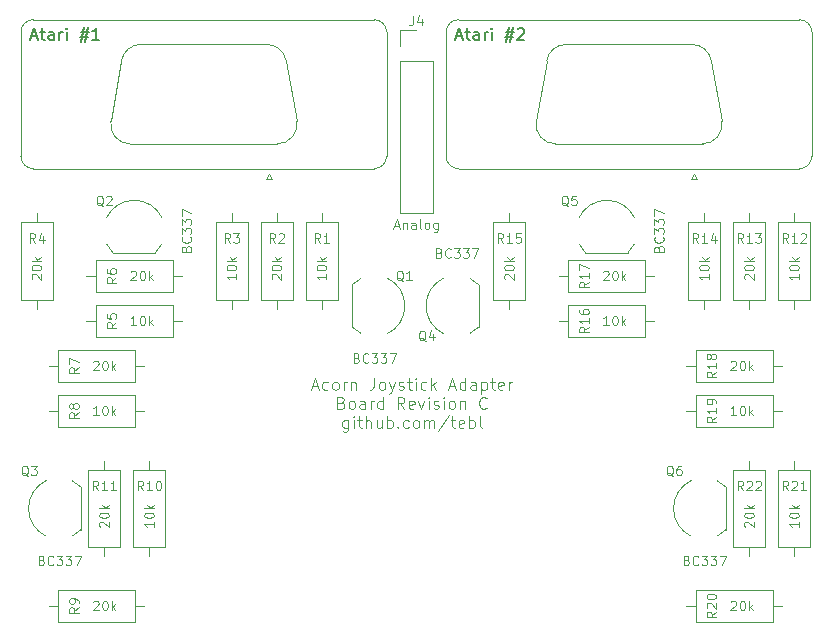
<source format=gto>
G04 #@! TF.GenerationSoftware,KiCad,Pcbnew,9.0.6-9.0.6~ubuntu24.04.1*
G04 #@! TF.CreationDate,2025-12-07T01:13:07+01:00*
G04 #@! TF.ProjectId,Acorn Joystick Adapter,41636f72-6e20-44a6-9f79-737469636b20,rev?*
G04 #@! TF.SameCoordinates,Original*
G04 #@! TF.FileFunction,Legend,Top*
G04 #@! TF.FilePolarity,Positive*
%FSLAX46Y46*%
G04 Gerber Fmt 4.6, Leading zero omitted, Abs format (unit mm)*
G04 Created by KiCad (PCBNEW 9.0.6-9.0.6~ubuntu24.04.1) date 2025-12-07 01:13:07*
%MOMM*%
%LPD*%
G01*
G04 APERTURE LIST*
%ADD10C,0.100000*%
%ADD11C,0.150000*%
%ADD12C,0.120000*%
G04 APERTURE END LIST*
D10*
X117936427Y-121751760D02*
X118412617Y-121751760D01*
X117841189Y-122037475D02*
X118174522Y-121037475D01*
X118174522Y-121037475D02*
X118507855Y-122037475D01*
X119269760Y-121989856D02*
X119174522Y-122037475D01*
X119174522Y-122037475D02*
X118984046Y-122037475D01*
X118984046Y-122037475D02*
X118888808Y-121989856D01*
X118888808Y-121989856D02*
X118841189Y-121942236D01*
X118841189Y-121942236D02*
X118793570Y-121846998D01*
X118793570Y-121846998D02*
X118793570Y-121561284D01*
X118793570Y-121561284D02*
X118841189Y-121466046D01*
X118841189Y-121466046D02*
X118888808Y-121418427D01*
X118888808Y-121418427D02*
X118984046Y-121370808D01*
X118984046Y-121370808D02*
X119174522Y-121370808D01*
X119174522Y-121370808D02*
X119269760Y-121418427D01*
X119841189Y-122037475D02*
X119745951Y-121989856D01*
X119745951Y-121989856D02*
X119698332Y-121942236D01*
X119698332Y-121942236D02*
X119650713Y-121846998D01*
X119650713Y-121846998D02*
X119650713Y-121561284D01*
X119650713Y-121561284D02*
X119698332Y-121466046D01*
X119698332Y-121466046D02*
X119745951Y-121418427D01*
X119745951Y-121418427D02*
X119841189Y-121370808D01*
X119841189Y-121370808D02*
X119984046Y-121370808D01*
X119984046Y-121370808D02*
X120079284Y-121418427D01*
X120079284Y-121418427D02*
X120126903Y-121466046D01*
X120126903Y-121466046D02*
X120174522Y-121561284D01*
X120174522Y-121561284D02*
X120174522Y-121846998D01*
X120174522Y-121846998D02*
X120126903Y-121942236D01*
X120126903Y-121942236D02*
X120079284Y-121989856D01*
X120079284Y-121989856D02*
X119984046Y-122037475D01*
X119984046Y-122037475D02*
X119841189Y-122037475D01*
X120603094Y-122037475D02*
X120603094Y-121370808D01*
X120603094Y-121561284D02*
X120650713Y-121466046D01*
X120650713Y-121466046D02*
X120698332Y-121418427D01*
X120698332Y-121418427D02*
X120793570Y-121370808D01*
X120793570Y-121370808D02*
X120888808Y-121370808D01*
X121222142Y-121370808D02*
X121222142Y-122037475D01*
X121222142Y-121466046D02*
X121269761Y-121418427D01*
X121269761Y-121418427D02*
X121364999Y-121370808D01*
X121364999Y-121370808D02*
X121507856Y-121370808D01*
X121507856Y-121370808D02*
X121603094Y-121418427D01*
X121603094Y-121418427D02*
X121650713Y-121513665D01*
X121650713Y-121513665D02*
X121650713Y-122037475D01*
X123174523Y-121037475D02*
X123174523Y-121751760D01*
X123174523Y-121751760D02*
X123126904Y-121894617D01*
X123126904Y-121894617D02*
X123031666Y-121989856D01*
X123031666Y-121989856D02*
X122888809Y-122037475D01*
X122888809Y-122037475D02*
X122793571Y-122037475D01*
X123793571Y-122037475D02*
X123698333Y-121989856D01*
X123698333Y-121989856D02*
X123650714Y-121942236D01*
X123650714Y-121942236D02*
X123603095Y-121846998D01*
X123603095Y-121846998D02*
X123603095Y-121561284D01*
X123603095Y-121561284D02*
X123650714Y-121466046D01*
X123650714Y-121466046D02*
X123698333Y-121418427D01*
X123698333Y-121418427D02*
X123793571Y-121370808D01*
X123793571Y-121370808D02*
X123936428Y-121370808D01*
X123936428Y-121370808D02*
X124031666Y-121418427D01*
X124031666Y-121418427D02*
X124079285Y-121466046D01*
X124079285Y-121466046D02*
X124126904Y-121561284D01*
X124126904Y-121561284D02*
X124126904Y-121846998D01*
X124126904Y-121846998D02*
X124079285Y-121942236D01*
X124079285Y-121942236D02*
X124031666Y-121989856D01*
X124031666Y-121989856D02*
X123936428Y-122037475D01*
X123936428Y-122037475D02*
X123793571Y-122037475D01*
X124460238Y-121370808D02*
X124698333Y-122037475D01*
X124936428Y-121370808D02*
X124698333Y-122037475D01*
X124698333Y-122037475D02*
X124603095Y-122275570D01*
X124603095Y-122275570D02*
X124555476Y-122323189D01*
X124555476Y-122323189D02*
X124460238Y-122370808D01*
X125269762Y-121989856D02*
X125365000Y-122037475D01*
X125365000Y-122037475D02*
X125555476Y-122037475D01*
X125555476Y-122037475D02*
X125650714Y-121989856D01*
X125650714Y-121989856D02*
X125698333Y-121894617D01*
X125698333Y-121894617D02*
X125698333Y-121846998D01*
X125698333Y-121846998D02*
X125650714Y-121751760D01*
X125650714Y-121751760D02*
X125555476Y-121704141D01*
X125555476Y-121704141D02*
X125412619Y-121704141D01*
X125412619Y-121704141D02*
X125317381Y-121656522D01*
X125317381Y-121656522D02*
X125269762Y-121561284D01*
X125269762Y-121561284D02*
X125269762Y-121513665D01*
X125269762Y-121513665D02*
X125317381Y-121418427D01*
X125317381Y-121418427D02*
X125412619Y-121370808D01*
X125412619Y-121370808D02*
X125555476Y-121370808D01*
X125555476Y-121370808D02*
X125650714Y-121418427D01*
X125984048Y-121370808D02*
X126365000Y-121370808D01*
X126126905Y-121037475D02*
X126126905Y-121894617D01*
X126126905Y-121894617D02*
X126174524Y-121989856D01*
X126174524Y-121989856D02*
X126269762Y-122037475D01*
X126269762Y-122037475D02*
X126365000Y-122037475D01*
X126698334Y-122037475D02*
X126698334Y-121370808D01*
X126698334Y-121037475D02*
X126650715Y-121085094D01*
X126650715Y-121085094D02*
X126698334Y-121132713D01*
X126698334Y-121132713D02*
X126745953Y-121085094D01*
X126745953Y-121085094D02*
X126698334Y-121037475D01*
X126698334Y-121037475D02*
X126698334Y-121132713D01*
X127603095Y-121989856D02*
X127507857Y-122037475D01*
X127507857Y-122037475D02*
X127317381Y-122037475D01*
X127317381Y-122037475D02*
X127222143Y-121989856D01*
X127222143Y-121989856D02*
X127174524Y-121942236D01*
X127174524Y-121942236D02*
X127126905Y-121846998D01*
X127126905Y-121846998D02*
X127126905Y-121561284D01*
X127126905Y-121561284D02*
X127174524Y-121466046D01*
X127174524Y-121466046D02*
X127222143Y-121418427D01*
X127222143Y-121418427D02*
X127317381Y-121370808D01*
X127317381Y-121370808D02*
X127507857Y-121370808D01*
X127507857Y-121370808D02*
X127603095Y-121418427D01*
X128031667Y-122037475D02*
X128031667Y-121037475D01*
X128126905Y-121656522D02*
X128412619Y-122037475D01*
X128412619Y-121370808D02*
X128031667Y-121751760D01*
X129555477Y-121751760D02*
X130031667Y-121751760D01*
X129460239Y-122037475D02*
X129793572Y-121037475D01*
X129793572Y-121037475D02*
X130126905Y-122037475D01*
X130888810Y-122037475D02*
X130888810Y-121037475D01*
X130888810Y-121989856D02*
X130793572Y-122037475D01*
X130793572Y-122037475D02*
X130603096Y-122037475D01*
X130603096Y-122037475D02*
X130507858Y-121989856D01*
X130507858Y-121989856D02*
X130460239Y-121942236D01*
X130460239Y-121942236D02*
X130412620Y-121846998D01*
X130412620Y-121846998D02*
X130412620Y-121561284D01*
X130412620Y-121561284D02*
X130460239Y-121466046D01*
X130460239Y-121466046D02*
X130507858Y-121418427D01*
X130507858Y-121418427D02*
X130603096Y-121370808D01*
X130603096Y-121370808D02*
X130793572Y-121370808D01*
X130793572Y-121370808D02*
X130888810Y-121418427D01*
X131793572Y-122037475D02*
X131793572Y-121513665D01*
X131793572Y-121513665D02*
X131745953Y-121418427D01*
X131745953Y-121418427D02*
X131650715Y-121370808D01*
X131650715Y-121370808D02*
X131460239Y-121370808D01*
X131460239Y-121370808D02*
X131365001Y-121418427D01*
X131793572Y-121989856D02*
X131698334Y-122037475D01*
X131698334Y-122037475D02*
X131460239Y-122037475D01*
X131460239Y-122037475D02*
X131365001Y-121989856D01*
X131365001Y-121989856D02*
X131317382Y-121894617D01*
X131317382Y-121894617D02*
X131317382Y-121799379D01*
X131317382Y-121799379D02*
X131365001Y-121704141D01*
X131365001Y-121704141D02*
X131460239Y-121656522D01*
X131460239Y-121656522D02*
X131698334Y-121656522D01*
X131698334Y-121656522D02*
X131793572Y-121608903D01*
X132269763Y-121370808D02*
X132269763Y-122370808D01*
X132269763Y-121418427D02*
X132365001Y-121370808D01*
X132365001Y-121370808D02*
X132555477Y-121370808D01*
X132555477Y-121370808D02*
X132650715Y-121418427D01*
X132650715Y-121418427D02*
X132698334Y-121466046D01*
X132698334Y-121466046D02*
X132745953Y-121561284D01*
X132745953Y-121561284D02*
X132745953Y-121846998D01*
X132745953Y-121846998D02*
X132698334Y-121942236D01*
X132698334Y-121942236D02*
X132650715Y-121989856D01*
X132650715Y-121989856D02*
X132555477Y-122037475D01*
X132555477Y-122037475D02*
X132365001Y-122037475D01*
X132365001Y-122037475D02*
X132269763Y-121989856D01*
X133031668Y-121370808D02*
X133412620Y-121370808D01*
X133174525Y-121037475D02*
X133174525Y-121894617D01*
X133174525Y-121894617D02*
X133222144Y-121989856D01*
X133222144Y-121989856D02*
X133317382Y-122037475D01*
X133317382Y-122037475D02*
X133412620Y-122037475D01*
X134126906Y-121989856D02*
X134031668Y-122037475D01*
X134031668Y-122037475D02*
X133841192Y-122037475D01*
X133841192Y-122037475D02*
X133745954Y-121989856D01*
X133745954Y-121989856D02*
X133698335Y-121894617D01*
X133698335Y-121894617D02*
X133698335Y-121513665D01*
X133698335Y-121513665D02*
X133745954Y-121418427D01*
X133745954Y-121418427D02*
X133841192Y-121370808D01*
X133841192Y-121370808D02*
X134031668Y-121370808D01*
X134031668Y-121370808D02*
X134126906Y-121418427D01*
X134126906Y-121418427D02*
X134174525Y-121513665D01*
X134174525Y-121513665D02*
X134174525Y-121608903D01*
X134174525Y-121608903D02*
X133698335Y-121704141D01*
X134603097Y-122037475D02*
X134603097Y-121370808D01*
X134603097Y-121561284D02*
X134650716Y-121466046D01*
X134650716Y-121466046D02*
X134698335Y-121418427D01*
X134698335Y-121418427D02*
X134793573Y-121370808D01*
X134793573Y-121370808D02*
X134888811Y-121370808D01*
X120412618Y-123123609D02*
X120555475Y-123171228D01*
X120555475Y-123171228D02*
X120603094Y-123218847D01*
X120603094Y-123218847D02*
X120650713Y-123314085D01*
X120650713Y-123314085D02*
X120650713Y-123456942D01*
X120650713Y-123456942D02*
X120603094Y-123552180D01*
X120603094Y-123552180D02*
X120555475Y-123599800D01*
X120555475Y-123599800D02*
X120460237Y-123647419D01*
X120460237Y-123647419D02*
X120079285Y-123647419D01*
X120079285Y-123647419D02*
X120079285Y-122647419D01*
X120079285Y-122647419D02*
X120412618Y-122647419D01*
X120412618Y-122647419D02*
X120507856Y-122695038D01*
X120507856Y-122695038D02*
X120555475Y-122742657D01*
X120555475Y-122742657D02*
X120603094Y-122837895D01*
X120603094Y-122837895D02*
X120603094Y-122933133D01*
X120603094Y-122933133D02*
X120555475Y-123028371D01*
X120555475Y-123028371D02*
X120507856Y-123075990D01*
X120507856Y-123075990D02*
X120412618Y-123123609D01*
X120412618Y-123123609D02*
X120079285Y-123123609D01*
X121222142Y-123647419D02*
X121126904Y-123599800D01*
X121126904Y-123599800D02*
X121079285Y-123552180D01*
X121079285Y-123552180D02*
X121031666Y-123456942D01*
X121031666Y-123456942D02*
X121031666Y-123171228D01*
X121031666Y-123171228D02*
X121079285Y-123075990D01*
X121079285Y-123075990D02*
X121126904Y-123028371D01*
X121126904Y-123028371D02*
X121222142Y-122980752D01*
X121222142Y-122980752D02*
X121364999Y-122980752D01*
X121364999Y-122980752D02*
X121460237Y-123028371D01*
X121460237Y-123028371D02*
X121507856Y-123075990D01*
X121507856Y-123075990D02*
X121555475Y-123171228D01*
X121555475Y-123171228D02*
X121555475Y-123456942D01*
X121555475Y-123456942D02*
X121507856Y-123552180D01*
X121507856Y-123552180D02*
X121460237Y-123599800D01*
X121460237Y-123599800D02*
X121364999Y-123647419D01*
X121364999Y-123647419D02*
X121222142Y-123647419D01*
X122412618Y-123647419D02*
X122412618Y-123123609D01*
X122412618Y-123123609D02*
X122364999Y-123028371D01*
X122364999Y-123028371D02*
X122269761Y-122980752D01*
X122269761Y-122980752D02*
X122079285Y-122980752D01*
X122079285Y-122980752D02*
X121984047Y-123028371D01*
X122412618Y-123599800D02*
X122317380Y-123647419D01*
X122317380Y-123647419D02*
X122079285Y-123647419D01*
X122079285Y-123647419D02*
X121984047Y-123599800D01*
X121984047Y-123599800D02*
X121936428Y-123504561D01*
X121936428Y-123504561D02*
X121936428Y-123409323D01*
X121936428Y-123409323D02*
X121984047Y-123314085D01*
X121984047Y-123314085D02*
X122079285Y-123266466D01*
X122079285Y-123266466D02*
X122317380Y-123266466D01*
X122317380Y-123266466D02*
X122412618Y-123218847D01*
X122888809Y-123647419D02*
X122888809Y-122980752D01*
X122888809Y-123171228D02*
X122936428Y-123075990D01*
X122936428Y-123075990D02*
X122984047Y-123028371D01*
X122984047Y-123028371D02*
X123079285Y-122980752D01*
X123079285Y-122980752D02*
X123174523Y-122980752D01*
X123936428Y-123647419D02*
X123936428Y-122647419D01*
X123936428Y-123599800D02*
X123841190Y-123647419D01*
X123841190Y-123647419D02*
X123650714Y-123647419D01*
X123650714Y-123647419D02*
X123555476Y-123599800D01*
X123555476Y-123599800D02*
X123507857Y-123552180D01*
X123507857Y-123552180D02*
X123460238Y-123456942D01*
X123460238Y-123456942D02*
X123460238Y-123171228D01*
X123460238Y-123171228D02*
X123507857Y-123075990D01*
X123507857Y-123075990D02*
X123555476Y-123028371D01*
X123555476Y-123028371D02*
X123650714Y-122980752D01*
X123650714Y-122980752D02*
X123841190Y-122980752D01*
X123841190Y-122980752D02*
X123936428Y-123028371D01*
X125745952Y-123647419D02*
X125412619Y-123171228D01*
X125174524Y-123647419D02*
X125174524Y-122647419D01*
X125174524Y-122647419D02*
X125555476Y-122647419D01*
X125555476Y-122647419D02*
X125650714Y-122695038D01*
X125650714Y-122695038D02*
X125698333Y-122742657D01*
X125698333Y-122742657D02*
X125745952Y-122837895D01*
X125745952Y-122837895D02*
X125745952Y-122980752D01*
X125745952Y-122980752D02*
X125698333Y-123075990D01*
X125698333Y-123075990D02*
X125650714Y-123123609D01*
X125650714Y-123123609D02*
X125555476Y-123171228D01*
X125555476Y-123171228D02*
X125174524Y-123171228D01*
X126555476Y-123599800D02*
X126460238Y-123647419D01*
X126460238Y-123647419D02*
X126269762Y-123647419D01*
X126269762Y-123647419D02*
X126174524Y-123599800D01*
X126174524Y-123599800D02*
X126126905Y-123504561D01*
X126126905Y-123504561D02*
X126126905Y-123123609D01*
X126126905Y-123123609D02*
X126174524Y-123028371D01*
X126174524Y-123028371D02*
X126269762Y-122980752D01*
X126269762Y-122980752D02*
X126460238Y-122980752D01*
X126460238Y-122980752D02*
X126555476Y-123028371D01*
X126555476Y-123028371D02*
X126603095Y-123123609D01*
X126603095Y-123123609D02*
X126603095Y-123218847D01*
X126603095Y-123218847D02*
X126126905Y-123314085D01*
X126936429Y-122980752D02*
X127174524Y-123647419D01*
X127174524Y-123647419D02*
X127412619Y-122980752D01*
X127793572Y-123647419D02*
X127793572Y-122980752D01*
X127793572Y-122647419D02*
X127745953Y-122695038D01*
X127745953Y-122695038D02*
X127793572Y-122742657D01*
X127793572Y-122742657D02*
X127841191Y-122695038D01*
X127841191Y-122695038D02*
X127793572Y-122647419D01*
X127793572Y-122647419D02*
X127793572Y-122742657D01*
X128222143Y-123599800D02*
X128317381Y-123647419D01*
X128317381Y-123647419D02*
X128507857Y-123647419D01*
X128507857Y-123647419D02*
X128603095Y-123599800D01*
X128603095Y-123599800D02*
X128650714Y-123504561D01*
X128650714Y-123504561D02*
X128650714Y-123456942D01*
X128650714Y-123456942D02*
X128603095Y-123361704D01*
X128603095Y-123361704D02*
X128507857Y-123314085D01*
X128507857Y-123314085D02*
X128365000Y-123314085D01*
X128365000Y-123314085D02*
X128269762Y-123266466D01*
X128269762Y-123266466D02*
X128222143Y-123171228D01*
X128222143Y-123171228D02*
X128222143Y-123123609D01*
X128222143Y-123123609D02*
X128269762Y-123028371D01*
X128269762Y-123028371D02*
X128365000Y-122980752D01*
X128365000Y-122980752D02*
X128507857Y-122980752D01*
X128507857Y-122980752D02*
X128603095Y-123028371D01*
X129079286Y-123647419D02*
X129079286Y-122980752D01*
X129079286Y-122647419D02*
X129031667Y-122695038D01*
X129031667Y-122695038D02*
X129079286Y-122742657D01*
X129079286Y-122742657D02*
X129126905Y-122695038D01*
X129126905Y-122695038D02*
X129079286Y-122647419D01*
X129079286Y-122647419D02*
X129079286Y-122742657D01*
X129698333Y-123647419D02*
X129603095Y-123599800D01*
X129603095Y-123599800D02*
X129555476Y-123552180D01*
X129555476Y-123552180D02*
X129507857Y-123456942D01*
X129507857Y-123456942D02*
X129507857Y-123171228D01*
X129507857Y-123171228D02*
X129555476Y-123075990D01*
X129555476Y-123075990D02*
X129603095Y-123028371D01*
X129603095Y-123028371D02*
X129698333Y-122980752D01*
X129698333Y-122980752D02*
X129841190Y-122980752D01*
X129841190Y-122980752D02*
X129936428Y-123028371D01*
X129936428Y-123028371D02*
X129984047Y-123075990D01*
X129984047Y-123075990D02*
X130031666Y-123171228D01*
X130031666Y-123171228D02*
X130031666Y-123456942D01*
X130031666Y-123456942D02*
X129984047Y-123552180D01*
X129984047Y-123552180D02*
X129936428Y-123599800D01*
X129936428Y-123599800D02*
X129841190Y-123647419D01*
X129841190Y-123647419D02*
X129698333Y-123647419D01*
X130460238Y-122980752D02*
X130460238Y-123647419D01*
X130460238Y-123075990D02*
X130507857Y-123028371D01*
X130507857Y-123028371D02*
X130603095Y-122980752D01*
X130603095Y-122980752D02*
X130745952Y-122980752D01*
X130745952Y-122980752D02*
X130841190Y-123028371D01*
X130841190Y-123028371D02*
X130888809Y-123123609D01*
X130888809Y-123123609D02*
X130888809Y-123647419D01*
X132698333Y-123552180D02*
X132650714Y-123599800D01*
X132650714Y-123599800D02*
X132507857Y-123647419D01*
X132507857Y-123647419D02*
X132412619Y-123647419D01*
X132412619Y-123647419D02*
X132269762Y-123599800D01*
X132269762Y-123599800D02*
X132174524Y-123504561D01*
X132174524Y-123504561D02*
X132126905Y-123409323D01*
X132126905Y-123409323D02*
X132079286Y-123218847D01*
X132079286Y-123218847D02*
X132079286Y-123075990D01*
X132079286Y-123075990D02*
X132126905Y-122885514D01*
X132126905Y-122885514D02*
X132174524Y-122790276D01*
X132174524Y-122790276D02*
X132269762Y-122695038D01*
X132269762Y-122695038D02*
X132412619Y-122647419D01*
X132412619Y-122647419D02*
X132507857Y-122647419D01*
X132507857Y-122647419D02*
X132650714Y-122695038D01*
X132650714Y-122695038D02*
X132698333Y-122742657D01*
X120960237Y-124590696D02*
X120960237Y-125400220D01*
X120960237Y-125400220D02*
X120912618Y-125495458D01*
X120912618Y-125495458D02*
X120864999Y-125543077D01*
X120864999Y-125543077D02*
X120769761Y-125590696D01*
X120769761Y-125590696D02*
X120626904Y-125590696D01*
X120626904Y-125590696D02*
X120531666Y-125543077D01*
X120960237Y-125209744D02*
X120864999Y-125257363D01*
X120864999Y-125257363D02*
X120674523Y-125257363D01*
X120674523Y-125257363D02*
X120579285Y-125209744D01*
X120579285Y-125209744D02*
X120531666Y-125162124D01*
X120531666Y-125162124D02*
X120484047Y-125066886D01*
X120484047Y-125066886D02*
X120484047Y-124781172D01*
X120484047Y-124781172D02*
X120531666Y-124685934D01*
X120531666Y-124685934D02*
X120579285Y-124638315D01*
X120579285Y-124638315D02*
X120674523Y-124590696D01*
X120674523Y-124590696D02*
X120864999Y-124590696D01*
X120864999Y-124590696D02*
X120960237Y-124638315D01*
X121436428Y-125257363D02*
X121436428Y-124590696D01*
X121436428Y-124257363D02*
X121388809Y-124304982D01*
X121388809Y-124304982D02*
X121436428Y-124352601D01*
X121436428Y-124352601D02*
X121484047Y-124304982D01*
X121484047Y-124304982D02*
X121436428Y-124257363D01*
X121436428Y-124257363D02*
X121436428Y-124352601D01*
X121769761Y-124590696D02*
X122150713Y-124590696D01*
X121912618Y-124257363D02*
X121912618Y-125114505D01*
X121912618Y-125114505D02*
X121960237Y-125209744D01*
X121960237Y-125209744D02*
X122055475Y-125257363D01*
X122055475Y-125257363D02*
X122150713Y-125257363D01*
X122484047Y-125257363D02*
X122484047Y-124257363D01*
X122912618Y-125257363D02*
X122912618Y-124733553D01*
X122912618Y-124733553D02*
X122864999Y-124638315D01*
X122864999Y-124638315D02*
X122769761Y-124590696D01*
X122769761Y-124590696D02*
X122626904Y-124590696D01*
X122626904Y-124590696D02*
X122531666Y-124638315D01*
X122531666Y-124638315D02*
X122484047Y-124685934D01*
X123817380Y-124590696D02*
X123817380Y-125257363D01*
X123388809Y-124590696D02*
X123388809Y-125114505D01*
X123388809Y-125114505D02*
X123436428Y-125209744D01*
X123436428Y-125209744D02*
X123531666Y-125257363D01*
X123531666Y-125257363D02*
X123674523Y-125257363D01*
X123674523Y-125257363D02*
X123769761Y-125209744D01*
X123769761Y-125209744D02*
X123817380Y-125162124D01*
X124293571Y-125257363D02*
X124293571Y-124257363D01*
X124293571Y-124638315D02*
X124388809Y-124590696D01*
X124388809Y-124590696D02*
X124579285Y-124590696D01*
X124579285Y-124590696D02*
X124674523Y-124638315D01*
X124674523Y-124638315D02*
X124722142Y-124685934D01*
X124722142Y-124685934D02*
X124769761Y-124781172D01*
X124769761Y-124781172D02*
X124769761Y-125066886D01*
X124769761Y-125066886D02*
X124722142Y-125162124D01*
X124722142Y-125162124D02*
X124674523Y-125209744D01*
X124674523Y-125209744D02*
X124579285Y-125257363D01*
X124579285Y-125257363D02*
X124388809Y-125257363D01*
X124388809Y-125257363D02*
X124293571Y-125209744D01*
X125198333Y-125162124D02*
X125245952Y-125209744D01*
X125245952Y-125209744D02*
X125198333Y-125257363D01*
X125198333Y-125257363D02*
X125150714Y-125209744D01*
X125150714Y-125209744D02*
X125198333Y-125162124D01*
X125198333Y-125162124D02*
X125198333Y-125257363D01*
X126103094Y-125209744D02*
X126007856Y-125257363D01*
X126007856Y-125257363D02*
X125817380Y-125257363D01*
X125817380Y-125257363D02*
X125722142Y-125209744D01*
X125722142Y-125209744D02*
X125674523Y-125162124D01*
X125674523Y-125162124D02*
X125626904Y-125066886D01*
X125626904Y-125066886D02*
X125626904Y-124781172D01*
X125626904Y-124781172D02*
X125674523Y-124685934D01*
X125674523Y-124685934D02*
X125722142Y-124638315D01*
X125722142Y-124638315D02*
X125817380Y-124590696D01*
X125817380Y-124590696D02*
X126007856Y-124590696D01*
X126007856Y-124590696D02*
X126103094Y-124638315D01*
X126674523Y-125257363D02*
X126579285Y-125209744D01*
X126579285Y-125209744D02*
X126531666Y-125162124D01*
X126531666Y-125162124D02*
X126484047Y-125066886D01*
X126484047Y-125066886D02*
X126484047Y-124781172D01*
X126484047Y-124781172D02*
X126531666Y-124685934D01*
X126531666Y-124685934D02*
X126579285Y-124638315D01*
X126579285Y-124638315D02*
X126674523Y-124590696D01*
X126674523Y-124590696D02*
X126817380Y-124590696D01*
X126817380Y-124590696D02*
X126912618Y-124638315D01*
X126912618Y-124638315D02*
X126960237Y-124685934D01*
X126960237Y-124685934D02*
X127007856Y-124781172D01*
X127007856Y-124781172D02*
X127007856Y-125066886D01*
X127007856Y-125066886D02*
X126960237Y-125162124D01*
X126960237Y-125162124D02*
X126912618Y-125209744D01*
X126912618Y-125209744D02*
X126817380Y-125257363D01*
X126817380Y-125257363D02*
X126674523Y-125257363D01*
X127436428Y-125257363D02*
X127436428Y-124590696D01*
X127436428Y-124685934D02*
X127484047Y-124638315D01*
X127484047Y-124638315D02*
X127579285Y-124590696D01*
X127579285Y-124590696D02*
X127722142Y-124590696D01*
X127722142Y-124590696D02*
X127817380Y-124638315D01*
X127817380Y-124638315D02*
X127864999Y-124733553D01*
X127864999Y-124733553D02*
X127864999Y-125257363D01*
X127864999Y-124733553D02*
X127912618Y-124638315D01*
X127912618Y-124638315D02*
X128007856Y-124590696D01*
X128007856Y-124590696D02*
X128150713Y-124590696D01*
X128150713Y-124590696D02*
X128245952Y-124638315D01*
X128245952Y-124638315D02*
X128293571Y-124733553D01*
X128293571Y-124733553D02*
X128293571Y-125257363D01*
X129484046Y-124209744D02*
X128626904Y-125495458D01*
X129674523Y-124590696D02*
X130055475Y-124590696D01*
X129817380Y-124257363D02*
X129817380Y-125114505D01*
X129817380Y-125114505D02*
X129864999Y-125209744D01*
X129864999Y-125209744D02*
X129960237Y-125257363D01*
X129960237Y-125257363D02*
X130055475Y-125257363D01*
X130769761Y-125209744D02*
X130674523Y-125257363D01*
X130674523Y-125257363D02*
X130484047Y-125257363D01*
X130484047Y-125257363D02*
X130388809Y-125209744D01*
X130388809Y-125209744D02*
X130341190Y-125114505D01*
X130341190Y-125114505D02*
X130341190Y-124733553D01*
X130341190Y-124733553D02*
X130388809Y-124638315D01*
X130388809Y-124638315D02*
X130484047Y-124590696D01*
X130484047Y-124590696D02*
X130674523Y-124590696D01*
X130674523Y-124590696D02*
X130769761Y-124638315D01*
X130769761Y-124638315D02*
X130817380Y-124733553D01*
X130817380Y-124733553D02*
X130817380Y-124828791D01*
X130817380Y-124828791D02*
X130341190Y-124924029D01*
X131245952Y-125257363D02*
X131245952Y-124257363D01*
X131245952Y-124638315D02*
X131341190Y-124590696D01*
X131341190Y-124590696D02*
X131531666Y-124590696D01*
X131531666Y-124590696D02*
X131626904Y-124638315D01*
X131626904Y-124638315D02*
X131674523Y-124685934D01*
X131674523Y-124685934D02*
X131722142Y-124781172D01*
X131722142Y-124781172D02*
X131722142Y-125066886D01*
X131722142Y-125066886D02*
X131674523Y-125162124D01*
X131674523Y-125162124D02*
X131626904Y-125209744D01*
X131626904Y-125209744D02*
X131531666Y-125257363D01*
X131531666Y-125257363D02*
X131341190Y-125257363D01*
X131341190Y-125257363D02*
X131245952Y-125209744D01*
X132293571Y-125257363D02*
X132198333Y-125209744D01*
X132198333Y-125209744D02*
X132150714Y-125114505D01*
X132150714Y-125114505D02*
X132150714Y-124257363D01*
X118611667Y-109584895D02*
X118345000Y-109203942D01*
X118154524Y-109584895D02*
X118154524Y-108784895D01*
X118154524Y-108784895D02*
X118459286Y-108784895D01*
X118459286Y-108784895D02*
X118535476Y-108822990D01*
X118535476Y-108822990D02*
X118573571Y-108861085D01*
X118573571Y-108861085D02*
X118611667Y-108937276D01*
X118611667Y-108937276D02*
X118611667Y-109051561D01*
X118611667Y-109051561D02*
X118573571Y-109127752D01*
X118573571Y-109127752D02*
X118535476Y-109165847D01*
X118535476Y-109165847D02*
X118459286Y-109203942D01*
X118459286Y-109203942D02*
X118154524Y-109203942D01*
X119373571Y-109584895D02*
X118916428Y-109584895D01*
X119145000Y-109584895D02*
X119145000Y-108784895D01*
X119145000Y-108784895D02*
X119068809Y-108899180D01*
X119068809Y-108899180D02*
X118992619Y-108975371D01*
X118992619Y-108975371D02*
X118916428Y-109013466D01*
X119109895Y-112236190D02*
X119109895Y-112693333D01*
X119109895Y-112464761D02*
X118309895Y-112464761D01*
X118309895Y-112464761D02*
X118424180Y-112540952D01*
X118424180Y-112540952D02*
X118500371Y-112617142D01*
X118500371Y-112617142D02*
X118538466Y-112693333D01*
X118309895Y-111740951D02*
X118309895Y-111664761D01*
X118309895Y-111664761D02*
X118347990Y-111588570D01*
X118347990Y-111588570D02*
X118386085Y-111550475D01*
X118386085Y-111550475D02*
X118462276Y-111512380D01*
X118462276Y-111512380D02*
X118614657Y-111474285D01*
X118614657Y-111474285D02*
X118805133Y-111474285D01*
X118805133Y-111474285D02*
X118957514Y-111512380D01*
X118957514Y-111512380D02*
X119033704Y-111550475D01*
X119033704Y-111550475D02*
X119071800Y-111588570D01*
X119071800Y-111588570D02*
X119109895Y-111664761D01*
X119109895Y-111664761D02*
X119109895Y-111740951D01*
X119109895Y-111740951D02*
X119071800Y-111817142D01*
X119071800Y-111817142D02*
X119033704Y-111855237D01*
X119033704Y-111855237D02*
X118957514Y-111893332D01*
X118957514Y-111893332D02*
X118805133Y-111931428D01*
X118805133Y-111931428D02*
X118614657Y-111931428D01*
X118614657Y-111931428D02*
X118462276Y-111893332D01*
X118462276Y-111893332D02*
X118386085Y-111855237D01*
X118386085Y-111855237D02*
X118347990Y-111817142D01*
X118347990Y-111817142D02*
X118309895Y-111740951D01*
X119109895Y-111131427D02*
X118309895Y-111131427D01*
X118805133Y-111055237D02*
X119109895Y-110826665D01*
X118576561Y-110826665D02*
X118881323Y-111131427D01*
X114801667Y-109584895D02*
X114535000Y-109203942D01*
X114344524Y-109584895D02*
X114344524Y-108784895D01*
X114344524Y-108784895D02*
X114649286Y-108784895D01*
X114649286Y-108784895D02*
X114725476Y-108822990D01*
X114725476Y-108822990D02*
X114763571Y-108861085D01*
X114763571Y-108861085D02*
X114801667Y-108937276D01*
X114801667Y-108937276D02*
X114801667Y-109051561D01*
X114801667Y-109051561D02*
X114763571Y-109127752D01*
X114763571Y-109127752D02*
X114725476Y-109165847D01*
X114725476Y-109165847D02*
X114649286Y-109203942D01*
X114649286Y-109203942D02*
X114344524Y-109203942D01*
X115106428Y-108861085D02*
X115144524Y-108822990D01*
X115144524Y-108822990D02*
X115220714Y-108784895D01*
X115220714Y-108784895D02*
X115411190Y-108784895D01*
X115411190Y-108784895D02*
X115487381Y-108822990D01*
X115487381Y-108822990D02*
X115525476Y-108861085D01*
X115525476Y-108861085D02*
X115563571Y-108937276D01*
X115563571Y-108937276D02*
X115563571Y-109013466D01*
X115563571Y-109013466D02*
X115525476Y-109127752D01*
X115525476Y-109127752D02*
X115068333Y-109584895D01*
X115068333Y-109584895D02*
X115563571Y-109584895D01*
X114576085Y-112693333D02*
X114537990Y-112655237D01*
X114537990Y-112655237D02*
X114499895Y-112579047D01*
X114499895Y-112579047D02*
X114499895Y-112388571D01*
X114499895Y-112388571D02*
X114537990Y-112312380D01*
X114537990Y-112312380D02*
X114576085Y-112274285D01*
X114576085Y-112274285D02*
X114652276Y-112236190D01*
X114652276Y-112236190D02*
X114728466Y-112236190D01*
X114728466Y-112236190D02*
X114842752Y-112274285D01*
X114842752Y-112274285D02*
X115299895Y-112731428D01*
X115299895Y-112731428D02*
X115299895Y-112236190D01*
X114499895Y-111740951D02*
X114499895Y-111664761D01*
X114499895Y-111664761D02*
X114537990Y-111588570D01*
X114537990Y-111588570D02*
X114576085Y-111550475D01*
X114576085Y-111550475D02*
X114652276Y-111512380D01*
X114652276Y-111512380D02*
X114804657Y-111474285D01*
X114804657Y-111474285D02*
X114995133Y-111474285D01*
X114995133Y-111474285D02*
X115147514Y-111512380D01*
X115147514Y-111512380D02*
X115223704Y-111550475D01*
X115223704Y-111550475D02*
X115261800Y-111588570D01*
X115261800Y-111588570D02*
X115299895Y-111664761D01*
X115299895Y-111664761D02*
X115299895Y-111740951D01*
X115299895Y-111740951D02*
X115261800Y-111817142D01*
X115261800Y-111817142D02*
X115223704Y-111855237D01*
X115223704Y-111855237D02*
X115147514Y-111893332D01*
X115147514Y-111893332D02*
X114995133Y-111931428D01*
X114995133Y-111931428D02*
X114804657Y-111931428D01*
X114804657Y-111931428D02*
X114652276Y-111893332D01*
X114652276Y-111893332D02*
X114576085Y-111855237D01*
X114576085Y-111855237D02*
X114537990Y-111817142D01*
X114537990Y-111817142D02*
X114499895Y-111740951D01*
X115299895Y-111131427D02*
X114499895Y-111131427D01*
X114995133Y-111055237D02*
X115299895Y-110826665D01*
X114766561Y-110826665D02*
X115071323Y-111131427D01*
X110991667Y-109584895D02*
X110725000Y-109203942D01*
X110534524Y-109584895D02*
X110534524Y-108784895D01*
X110534524Y-108784895D02*
X110839286Y-108784895D01*
X110839286Y-108784895D02*
X110915476Y-108822990D01*
X110915476Y-108822990D02*
X110953571Y-108861085D01*
X110953571Y-108861085D02*
X110991667Y-108937276D01*
X110991667Y-108937276D02*
X110991667Y-109051561D01*
X110991667Y-109051561D02*
X110953571Y-109127752D01*
X110953571Y-109127752D02*
X110915476Y-109165847D01*
X110915476Y-109165847D02*
X110839286Y-109203942D01*
X110839286Y-109203942D02*
X110534524Y-109203942D01*
X111258333Y-108784895D02*
X111753571Y-108784895D01*
X111753571Y-108784895D02*
X111486905Y-109089657D01*
X111486905Y-109089657D02*
X111601190Y-109089657D01*
X111601190Y-109089657D02*
X111677381Y-109127752D01*
X111677381Y-109127752D02*
X111715476Y-109165847D01*
X111715476Y-109165847D02*
X111753571Y-109242038D01*
X111753571Y-109242038D02*
X111753571Y-109432514D01*
X111753571Y-109432514D02*
X111715476Y-109508704D01*
X111715476Y-109508704D02*
X111677381Y-109546800D01*
X111677381Y-109546800D02*
X111601190Y-109584895D01*
X111601190Y-109584895D02*
X111372619Y-109584895D01*
X111372619Y-109584895D02*
X111296428Y-109546800D01*
X111296428Y-109546800D02*
X111258333Y-109508704D01*
X111489895Y-112236190D02*
X111489895Y-112693333D01*
X111489895Y-112464761D02*
X110689895Y-112464761D01*
X110689895Y-112464761D02*
X110804180Y-112540952D01*
X110804180Y-112540952D02*
X110880371Y-112617142D01*
X110880371Y-112617142D02*
X110918466Y-112693333D01*
X110689895Y-111740951D02*
X110689895Y-111664761D01*
X110689895Y-111664761D02*
X110727990Y-111588570D01*
X110727990Y-111588570D02*
X110766085Y-111550475D01*
X110766085Y-111550475D02*
X110842276Y-111512380D01*
X110842276Y-111512380D02*
X110994657Y-111474285D01*
X110994657Y-111474285D02*
X111185133Y-111474285D01*
X111185133Y-111474285D02*
X111337514Y-111512380D01*
X111337514Y-111512380D02*
X111413704Y-111550475D01*
X111413704Y-111550475D02*
X111451800Y-111588570D01*
X111451800Y-111588570D02*
X111489895Y-111664761D01*
X111489895Y-111664761D02*
X111489895Y-111740951D01*
X111489895Y-111740951D02*
X111451800Y-111817142D01*
X111451800Y-111817142D02*
X111413704Y-111855237D01*
X111413704Y-111855237D02*
X111337514Y-111893332D01*
X111337514Y-111893332D02*
X111185133Y-111931428D01*
X111185133Y-111931428D02*
X110994657Y-111931428D01*
X110994657Y-111931428D02*
X110842276Y-111893332D01*
X110842276Y-111893332D02*
X110766085Y-111855237D01*
X110766085Y-111855237D02*
X110727990Y-111817142D01*
X110727990Y-111817142D02*
X110689895Y-111740951D01*
X111489895Y-111131427D02*
X110689895Y-111131427D01*
X111185133Y-111055237D02*
X111489895Y-110826665D01*
X110956561Y-110826665D02*
X111261323Y-111131427D01*
X94481667Y-109584895D02*
X94215000Y-109203942D01*
X94024524Y-109584895D02*
X94024524Y-108784895D01*
X94024524Y-108784895D02*
X94329286Y-108784895D01*
X94329286Y-108784895D02*
X94405476Y-108822990D01*
X94405476Y-108822990D02*
X94443571Y-108861085D01*
X94443571Y-108861085D02*
X94481667Y-108937276D01*
X94481667Y-108937276D02*
X94481667Y-109051561D01*
X94481667Y-109051561D02*
X94443571Y-109127752D01*
X94443571Y-109127752D02*
X94405476Y-109165847D01*
X94405476Y-109165847D02*
X94329286Y-109203942D01*
X94329286Y-109203942D02*
X94024524Y-109203942D01*
X95167381Y-109051561D02*
X95167381Y-109584895D01*
X94976905Y-108746800D02*
X94786428Y-109318228D01*
X94786428Y-109318228D02*
X95281667Y-109318228D01*
X94256085Y-112693333D02*
X94217990Y-112655237D01*
X94217990Y-112655237D02*
X94179895Y-112579047D01*
X94179895Y-112579047D02*
X94179895Y-112388571D01*
X94179895Y-112388571D02*
X94217990Y-112312380D01*
X94217990Y-112312380D02*
X94256085Y-112274285D01*
X94256085Y-112274285D02*
X94332276Y-112236190D01*
X94332276Y-112236190D02*
X94408466Y-112236190D01*
X94408466Y-112236190D02*
X94522752Y-112274285D01*
X94522752Y-112274285D02*
X94979895Y-112731428D01*
X94979895Y-112731428D02*
X94979895Y-112236190D01*
X94179895Y-111740951D02*
X94179895Y-111664761D01*
X94179895Y-111664761D02*
X94217990Y-111588570D01*
X94217990Y-111588570D02*
X94256085Y-111550475D01*
X94256085Y-111550475D02*
X94332276Y-111512380D01*
X94332276Y-111512380D02*
X94484657Y-111474285D01*
X94484657Y-111474285D02*
X94675133Y-111474285D01*
X94675133Y-111474285D02*
X94827514Y-111512380D01*
X94827514Y-111512380D02*
X94903704Y-111550475D01*
X94903704Y-111550475D02*
X94941800Y-111588570D01*
X94941800Y-111588570D02*
X94979895Y-111664761D01*
X94979895Y-111664761D02*
X94979895Y-111740951D01*
X94979895Y-111740951D02*
X94941800Y-111817142D01*
X94941800Y-111817142D02*
X94903704Y-111855237D01*
X94903704Y-111855237D02*
X94827514Y-111893332D01*
X94827514Y-111893332D02*
X94675133Y-111931428D01*
X94675133Y-111931428D02*
X94484657Y-111931428D01*
X94484657Y-111931428D02*
X94332276Y-111893332D01*
X94332276Y-111893332D02*
X94256085Y-111855237D01*
X94256085Y-111855237D02*
X94217990Y-111817142D01*
X94217990Y-111817142D02*
X94179895Y-111740951D01*
X94979895Y-111131427D02*
X94179895Y-111131427D01*
X94675133Y-111055237D02*
X94979895Y-110826665D01*
X94446561Y-110826665D02*
X94751323Y-111131427D01*
X101329895Y-116338332D02*
X100948942Y-116604999D01*
X101329895Y-116795475D02*
X100529895Y-116795475D01*
X100529895Y-116795475D02*
X100529895Y-116490713D01*
X100529895Y-116490713D02*
X100567990Y-116414523D01*
X100567990Y-116414523D02*
X100606085Y-116376428D01*
X100606085Y-116376428D02*
X100682276Y-116338332D01*
X100682276Y-116338332D02*
X100796561Y-116338332D01*
X100796561Y-116338332D02*
X100872752Y-116376428D01*
X100872752Y-116376428D02*
X100910847Y-116414523D01*
X100910847Y-116414523D02*
X100948942Y-116490713D01*
X100948942Y-116490713D02*
X100948942Y-116795475D01*
X100529895Y-115614523D02*
X100529895Y-115995475D01*
X100529895Y-115995475D02*
X100910847Y-116033571D01*
X100910847Y-116033571D02*
X100872752Y-115995475D01*
X100872752Y-115995475D02*
X100834657Y-115919285D01*
X100834657Y-115919285D02*
X100834657Y-115728809D01*
X100834657Y-115728809D02*
X100872752Y-115652618D01*
X100872752Y-115652618D02*
X100910847Y-115614523D01*
X100910847Y-115614523D02*
X100987038Y-115576428D01*
X100987038Y-115576428D02*
X101177514Y-115576428D01*
X101177514Y-115576428D02*
X101253704Y-115614523D01*
X101253704Y-115614523D02*
X101291800Y-115652618D01*
X101291800Y-115652618D02*
X101329895Y-115728809D01*
X101329895Y-115728809D02*
X101329895Y-115919285D01*
X101329895Y-115919285D02*
X101291800Y-115995475D01*
X101291800Y-115995475D02*
X101253704Y-116033571D01*
X103028809Y-116569895D02*
X102571666Y-116569895D01*
X102800238Y-116569895D02*
X102800238Y-115769895D01*
X102800238Y-115769895D02*
X102724047Y-115884180D01*
X102724047Y-115884180D02*
X102647857Y-115960371D01*
X102647857Y-115960371D02*
X102571666Y-115998466D01*
X103524048Y-115769895D02*
X103600238Y-115769895D01*
X103600238Y-115769895D02*
X103676429Y-115807990D01*
X103676429Y-115807990D02*
X103714524Y-115846085D01*
X103714524Y-115846085D02*
X103752619Y-115922276D01*
X103752619Y-115922276D02*
X103790714Y-116074657D01*
X103790714Y-116074657D02*
X103790714Y-116265133D01*
X103790714Y-116265133D02*
X103752619Y-116417514D01*
X103752619Y-116417514D02*
X103714524Y-116493704D01*
X103714524Y-116493704D02*
X103676429Y-116531800D01*
X103676429Y-116531800D02*
X103600238Y-116569895D01*
X103600238Y-116569895D02*
X103524048Y-116569895D01*
X103524048Y-116569895D02*
X103447857Y-116531800D01*
X103447857Y-116531800D02*
X103409762Y-116493704D01*
X103409762Y-116493704D02*
X103371667Y-116417514D01*
X103371667Y-116417514D02*
X103333571Y-116265133D01*
X103333571Y-116265133D02*
X103333571Y-116074657D01*
X103333571Y-116074657D02*
X103371667Y-115922276D01*
X103371667Y-115922276D02*
X103409762Y-115846085D01*
X103409762Y-115846085D02*
X103447857Y-115807990D01*
X103447857Y-115807990D02*
X103524048Y-115769895D01*
X104133572Y-116569895D02*
X104133572Y-115769895D01*
X104209762Y-116265133D02*
X104438334Y-116569895D01*
X104438334Y-116036561D02*
X104133572Y-116341323D01*
X101329895Y-112528332D02*
X100948942Y-112794999D01*
X101329895Y-112985475D02*
X100529895Y-112985475D01*
X100529895Y-112985475D02*
X100529895Y-112680713D01*
X100529895Y-112680713D02*
X100567990Y-112604523D01*
X100567990Y-112604523D02*
X100606085Y-112566428D01*
X100606085Y-112566428D02*
X100682276Y-112528332D01*
X100682276Y-112528332D02*
X100796561Y-112528332D01*
X100796561Y-112528332D02*
X100872752Y-112566428D01*
X100872752Y-112566428D02*
X100910847Y-112604523D01*
X100910847Y-112604523D02*
X100948942Y-112680713D01*
X100948942Y-112680713D02*
X100948942Y-112985475D01*
X100529895Y-111842618D02*
X100529895Y-111994999D01*
X100529895Y-111994999D02*
X100567990Y-112071190D01*
X100567990Y-112071190D02*
X100606085Y-112109285D01*
X100606085Y-112109285D02*
X100720371Y-112185475D01*
X100720371Y-112185475D02*
X100872752Y-112223571D01*
X100872752Y-112223571D02*
X101177514Y-112223571D01*
X101177514Y-112223571D02*
X101253704Y-112185475D01*
X101253704Y-112185475D02*
X101291800Y-112147380D01*
X101291800Y-112147380D02*
X101329895Y-112071190D01*
X101329895Y-112071190D02*
X101329895Y-111918809D01*
X101329895Y-111918809D02*
X101291800Y-111842618D01*
X101291800Y-111842618D02*
X101253704Y-111804523D01*
X101253704Y-111804523D02*
X101177514Y-111766428D01*
X101177514Y-111766428D02*
X100987038Y-111766428D01*
X100987038Y-111766428D02*
X100910847Y-111804523D01*
X100910847Y-111804523D02*
X100872752Y-111842618D01*
X100872752Y-111842618D02*
X100834657Y-111918809D01*
X100834657Y-111918809D02*
X100834657Y-112071190D01*
X100834657Y-112071190D02*
X100872752Y-112147380D01*
X100872752Y-112147380D02*
X100910847Y-112185475D01*
X100910847Y-112185475D02*
X100987038Y-112223571D01*
X102571666Y-112036085D02*
X102609762Y-111997990D01*
X102609762Y-111997990D02*
X102685952Y-111959895D01*
X102685952Y-111959895D02*
X102876428Y-111959895D01*
X102876428Y-111959895D02*
X102952619Y-111997990D01*
X102952619Y-111997990D02*
X102990714Y-112036085D01*
X102990714Y-112036085D02*
X103028809Y-112112276D01*
X103028809Y-112112276D02*
X103028809Y-112188466D01*
X103028809Y-112188466D02*
X102990714Y-112302752D01*
X102990714Y-112302752D02*
X102533571Y-112759895D01*
X102533571Y-112759895D02*
X103028809Y-112759895D01*
X103524048Y-111959895D02*
X103600238Y-111959895D01*
X103600238Y-111959895D02*
X103676429Y-111997990D01*
X103676429Y-111997990D02*
X103714524Y-112036085D01*
X103714524Y-112036085D02*
X103752619Y-112112276D01*
X103752619Y-112112276D02*
X103790714Y-112264657D01*
X103790714Y-112264657D02*
X103790714Y-112455133D01*
X103790714Y-112455133D02*
X103752619Y-112607514D01*
X103752619Y-112607514D02*
X103714524Y-112683704D01*
X103714524Y-112683704D02*
X103676429Y-112721800D01*
X103676429Y-112721800D02*
X103600238Y-112759895D01*
X103600238Y-112759895D02*
X103524048Y-112759895D01*
X103524048Y-112759895D02*
X103447857Y-112721800D01*
X103447857Y-112721800D02*
X103409762Y-112683704D01*
X103409762Y-112683704D02*
X103371667Y-112607514D01*
X103371667Y-112607514D02*
X103333571Y-112455133D01*
X103333571Y-112455133D02*
X103333571Y-112264657D01*
X103333571Y-112264657D02*
X103371667Y-112112276D01*
X103371667Y-112112276D02*
X103409762Y-112036085D01*
X103409762Y-112036085D02*
X103447857Y-111997990D01*
X103447857Y-111997990D02*
X103524048Y-111959895D01*
X104133572Y-112759895D02*
X104133572Y-111959895D01*
X104209762Y-112455133D02*
X104438334Y-112759895D01*
X104438334Y-112226561D02*
X104133572Y-112531323D01*
X98154895Y-120148332D02*
X97773942Y-120414999D01*
X98154895Y-120605475D02*
X97354895Y-120605475D01*
X97354895Y-120605475D02*
X97354895Y-120300713D01*
X97354895Y-120300713D02*
X97392990Y-120224523D01*
X97392990Y-120224523D02*
X97431085Y-120186428D01*
X97431085Y-120186428D02*
X97507276Y-120148332D01*
X97507276Y-120148332D02*
X97621561Y-120148332D01*
X97621561Y-120148332D02*
X97697752Y-120186428D01*
X97697752Y-120186428D02*
X97735847Y-120224523D01*
X97735847Y-120224523D02*
X97773942Y-120300713D01*
X97773942Y-120300713D02*
X97773942Y-120605475D01*
X97354895Y-119881666D02*
X97354895Y-119348332D01*
X97354895Y-119348332D02*
X98154895Y-119691190D01*
X99396666Y-119656085D02*
X99434762Y-119617990D01*
X99434762Y-119617990D02*
X99510952Y-119579895D01*
X99510952Y-119579895D02*
X99701428Y-119579895D01*
X99701428Y-119579895D02*
X99777619Y-119617990D01*
X99777619Y-119617990D02*
X99815714Y-119656085D01*
X99815714Y-119656085D02*
X99853809Y-119732276D01*
X99853809Y-119732276D02*
X99853809Y-119808466D01*
X99853809Y-119808466D02*
X99815714Y-119922752D01*
X99815714Y-119922752D02*
X99358571Y-120379895D01*
X99358571Y-120379895D02*
X99853809Y-120379895D01*
X100349048Y-119579895D02*
X100425238Y-119579895D01*
X100425238Y-119579895D02*
X100501429Y-119617990D01*
X100501429Y-119617990D02*
X100539524Y-119656085D01*
X100539524Y-119656085D02*
X100577619Y-119732276D01*
X100577619Y-119732276D02*
X100615714Y-119884657D01*
X100615714Y-119884657D02*
X100615714Y-120075133D01*
X100615714Y-120075133D02*
X100577619Y-120227514D01*
X100577619Y-120227514D02*
X100539524Y-120303704D01*
X100539524Y-120303704D02*
X100501429Y-120341800D01*
X100501429Y-120341800D02*
X100425238Y-120379895D01*
X100425238Y-120379895D02*
X100349048Y-120379895D01*
X100349048Y-120379895D02*
X100272857Y-120341800D01*
X100272857Y-120341800D02*
X100234762Y-120303704D01*
X100234762Y-120303704D02*
X100196667Y-120227514D01*
X100196667Y-120227514D02*
X100158571Y-120075133D01*
X100158571Y-120075133D02*
X100158571Y-119884657D01*
X100158571Y-119884657D02*
X100196667Y-119732276D01*
X100196667Y-119732276D02*
X100234762Y-119656085D01*
X100234762Y-119656085D02*
X100272857Y-119617990D01*
X100272857Y-119617990D02*
X100349048Y-119579895D01*
X100958572Y-120379895D02*
X100958572Y-119579895D01*
X101034762Y-120075133D02*
X101263334Y-120379895D01*
X101263334Y-119846561D02*
X100958572Y-120151323D01*
X98154895Y-123958332D02*
X97773942Y-124224999D01*
X98154895Y-124415475D02*
X97354895Y-124415475D01*
X97354895Y-124415475D02*
X97354895Y-124110713D01*
X97354895Y-124110713D02*
X97392990Y-124034523D01*
X97392990Y-124034523D02*
X97431085Y-123996428D01*
X97431085Y-123996428D02*
X97507276Y-123958332D01*
X97507276Y-123958332D02*
X97621561Y-123958332D01*
X97621561Y-123958332D02*
X97697752Y-123996428D01*
X97697752Y-123996428D02*
X97735847Y-124034523D01*
X97735847Y-124034523D02*
X97773942Y-124110713D01*
X97773942Y-124110713D02*
X97773942Y-124415475D01*
X97697752Y-123501190D02*
X97659657Y-123577380D01*
X97659657Y-123577380D02*
X97621561Y-123615475D01*
X97621561Y-123615475D02*
X97545371Y-123653571D01*
X97545371Y-123653571D02*
X97507276Y-123653571D01*
X97507276Y-123653571D02*
X97431085Y-123615475D01*
X97431085Y-123615475D02*
X97392990Y-123577380D01*
X97392990Y-123577380D02*
X97354895Y-123501190D01*
X97354895Y-123501190D02*
X97354895Y-123348809D01*
X97354895Y-123348809D02*
X97392990Y-123272618D01*
X97392990Y-123272618D02*
X97431085Y-123234523D01*
X97431085Y-123234523D02*
X97507276Y-123196428D01*
X97507276Y-123196428D02*
X97545371Y-123196428D01*
X97545371Y-123196428D02*
X97621561Y-123234523D01*
X97621561Y-123234523D02*
X97659657Y-123272618D01*
X97659657Y-123272618D02*
X97697752Y-123348809D01*
X97697752Y-123348809D02*
X97697752Y-123501190D01*
X97697752Y-123501190D02*
X97735847Y-123577380D01*
X97735847Y-123577380D02*
X97773942Y-123615475D01*
X97773942Y-123615475D02*
X97850133Y-123653571D01*
X97850133Y-123653571D02*
X98002514Y-123653571D01*
X98002514Y-123653571D02*
X98078704Y-123615475D01*
X98078704Y-123615475D02*
X98116800Y-123577380D01*
X98116800Y-123577380D02*
X98154895Y-123501190D01*
X98154895Y-123501190D02*
X98154895Y-123348809D01*
X98154895Y-123348809D02*
X98116800Y-123272618D01*
X98116800Y-123272618D02*
X98078704Y-123234523D01*
X98078704Y-123234523D02*
X98002514Y-123196428D01*
X98002514Y-123196428D02*
X97850133Y-123196428D01*
X97850133Y-123196428D02*
X97773942Y-123234523D01*
X97773942Y-123234523D02*
X97735847Y-123272618D01*
X97735847Y-123272618D02*
X97697752Y-123348809D01*
X99853809Y-124189895D02*
X99396666Y-124189895D01*
X99625238Y-124189895D02*
X99625238Y-123389895D01*
X99625238Y-123389895D02*
X99549047Y-123504180D01*
X99549047Y-123504180D02*
X99472857Y-123580371D01*
X99472857Y-123580371D02*
X99396666Y-123618466D01*
X100349048Y-123389895D02*
X100425238Y-123389895D01*
X100425238Y-123389895D02*
X100501429Y-123427990D01*
X100501429Y-123427990D02*
X100539524Y-123466085D01*
X100539524Y-123466085D02*
X100577619Y-123542276D01*
X100577619Y-123542276D02*
X100615714Y-123694657D01*
X100615714Y-123694657D02*
X100615714Y-123885133D01*
X100615714Y-123885133D02*
X100577619Y-124037514D01*
X100577619Y-124037514D02*
X100539524Y-124113704D01*
X100539524Y-124113704D02*
X100501429Y-124151800D01*
X100501429Y-124151800D02*
X100425238Y-124189895D01*
X100425238Y-124189895D02*
X100349048Y-124189895D01*
X100349048Y-124189895D02*
X100272857Y-124151800D01*
X100272857Y-124151800D02*
X100234762Y-124113704D01*
X100234762Y-124113704D02*
X100196667Y-124037514D01*
X100196667Y-124037514D02*
X100158571Y-123885133D01*
X100158571Y-123885133D02*
X100158571Y-123694657D01*
X100158571Y-123694657D02*
X100196667Y-123542276D01*
X100196667Y-123542276D02*
X100234762Y-123466085D01*
X100234762Y-123466085D02*
X100272857Y-123427990D01*
X100272857Y-123427990D02*
X100349048Y-123389895D01*
X100958572Y-124189895D02*
X100958572Y-123389895D01*
X101034762Y-123885133D02*
X101263334Y-124189895D01*
X101263334Y-123656561D02*
X100958572Y-123961323D01*
X98154895Y-140468332D02*
X97773942Y-140734999D01*
X98154895Y-140925475D02*
X97354895Y-140925475D01*
X97354895Y-140925475D02*
X97354895Y-140620713D01*
X97354895Y-140620713D02*
X97392990Y-140544523D01*
X97392990Y-140544523D02*
X97431085Y-140506428D01*
X97431085Y-140506428D02*
X97507276Y-140468332D01*
X97507276Y-140468332D02*
X97621561Y-140468332D01*
X97621561Y-140468332D02*
X97697752Y-140506428D01*
X97697752Y-140506428D02*
X97735847Y-140544523D01*
X97735847Y-140544523D02*
X97773942Y-140620713D01*
X97773942Y-140620713D02*
X97773942Y-140925475D01*
X98154895Y-140087380D02*
X98154895Y-139934999D01*
X98154895Y-139934999D02*
X98116800Y-139858809D01*
X98116800Y-139858809D02*
X98078704Y-139820713D01*
X98078704Y-139820713D02*
X97964419Y-139744523D01*
X97964419Y-139744523D02*
X97812038Y-139706428D01*
X97812038Y-139706428D02*
X97507276Y-139706428D01*
X97507276Y-139706428D02*
X97431085Y-139744523D01*
X97431085Y-139744523D02*
X97392990Y-139782618D01*
X97392990Y-139782618D02*
X97354895Y-139858809D01*
X97354895Y-139858809D02*
X97354895Y-140011190D01*
X97354895Y-140011190D02*
X97392990Y-140087380D01*
X97392990Y-140087380D02*
X97431085Y-140125475D01*
X97431085Y-140125475D02*
X97507276Y-140163571D01*
X97507276Y-140163571D02*
X97697752Y-140163571D01*
X97697752Y-140163571D02*
X97773942Y-140125475D01*
X97773942Y-140125475D02*
X97812038Y-140087380D01*
X97812038Y-140087380D02*
X97850133Y-140011190D01*
X97850133Y-140011190D02*
X97850133Y-139858809D01*
X97850133Y-139858809D02*
X97812038Y-139782618D01*
X97812038Y-139782618D02*
X97773942Y-139744523D01*
X97773942Y-139744523D02*
X97697752Y-139706428D01*
X99396666Y-139976085D02*
X99434762Y-139937990D01*
X99434762Y-139937990D02*
X99510952Y-139899895D01*
X99510952Y-139899895D02*
X99701428Y-139899895D01*
X99701428Y-139899895D02*
X99777619Y-139937990D01*
X99777619Y-139937990D02*
X99815714Y-139976085D01*
X99815714Y-139976085D02*
X99853809Y-140052276D01*
X99853809Y-140052276D02*
X99853809Y-140128466D01*
X99853809Y-140128466D02*
X99815714Y-140242752D01*
X99815714Y-140242752D02*
X99358571Y-140699895D01*
X99358571Y-140699895D02*
X99853809Y-140699895D01*
X100349048Y-139899895D02*
X100425238Y-139899895D01*
X100425238Y-139899895D02*
X100501429Y-139937990D01*
X100501429Y-139937990D02*
X100539524Y-139976085D01*
X100539524Y-139976085D02*
X100577619Y-140052276D01*
X100577619Y-140052276D02*
X100615714Y-140204657D01*
X100615714Y-140204657D02*
X100615714Y-140395133D01*
X100615714Y-140395133D02*
X100577619Y-140547514D01*
X100577619Y-140547514D02*
X100539524Y-140623704D01*
X100539524Y-140623704D02*
X100501429Y-140661800D01*
X100501429Y-140661800D02*
X100425238Y-140699895D01*
X100425238Y-140699895D02*
X100349048Y-140699895D01*
X100349048Y-140699895D02*
X100272857Y-140661800D01*
X100272857Y-140661800D02*
X100234762Y-140623704D01*
X100234762Y-140623704D02*
X100196667Y-140547514D01*
X100196667Y-140547514D02*
X100158571Y-140395133D01*
X100158571Y-140395133D02*
X100158571Y-140204657D01*
X100158571Y-140204657D02*
X100196667Y-140052276D01*
X100196667Y-140052276D02*
X100234762Y-139976085D01*
X100234762Y-139976085D02*
X100272857Y-139937990D01*
X100272857Y-139937990D02*
X100349048Y-139899895D01*
X100958572Y-140699895D02*
X100958572Y-139899895D01*
X101034762Y-140395133D02*
X101263334Y-140699895D01*
X101263334Y-140166561D02*
X100958572Y-140471323D01*
X103625714Y-130539895D02*
X103359047Y-130158942D01*
X103168571Y-130539895D02*
X103168571Y-129739895D01*
X103168571Y-129739895D02*
X103473333Y-129739895D01*
X103473333Y-129739895D02*
X103549523Y-129777990D01*
X103549523Y-129777990D02*
X103587618Y-129816085D01*
X103587618Y-129816085D02*
X103625714Y-129892276D01*
X103625714Y-129892276D02*
X103625714Y-130006561D01*
X103625714Y-130006561D02*
X103587618Y-130082752D01*
X103587618Y-130082752D02*
X103549523Y-130120847D01*
X103549523Y-130120847D02*
X103473333Y-130158942D01*
X103473333Y-130158942D02*
X103168571Y-130158942D01*
X104387618Y-130539895D02*
X103930475Y-130539895D01*
X104159047Y-130539895D02*
X104159047Y-129739895D01*
X104159047Y-129739895D02*
X104082856Y-129854180D01*
X104082856Y-129854180D02*
X104006666Y-129930371D01*
X104006666Y-129930371D02*
X103930475Y-129968466D01*
X104882857Y-129739895D02*
X104959047Y-129739895D01*
X104959047Y-129739895D02*
X105035238Y-129777990D01*
X105035238Y-129777990D02*
X105073333Y-129816085D01*
X105073333Y-129816085D02*
X105111428Y-129892276D01*
X105111428Y-129892276D02*
X105149523Y-130044657D01*
X105149523Y-130044657D02*
X105149523Y-130235133D01*
X105149523Y-130235133D02*
X105111428Y-130387514D01*
X105111428Y-130387514D02*
X105073333Y-130463704D01*
X105073333Y-130463704D02*
X105035238Y-130501800D01*
X105035238Y-130501800D02*
X104959047Y-130539895D01*
X104959047Y-130539895D02*
X104882857Y-130539895D01*
X104882857Y-130539895D02*
X104806666Y-130501800D01*
X104806666Y-130501800D02*
X104768571Y-130463704D01*
X104768571Y-130463704D02*
X104730476Y-130387514D01*
X104730476Y-130387514D02*
X104692380Y-130235133D01*
X104692380Y-130235133D02*
X104692380Y-130044657D01*
X104692380Y-130044657D02*
X104730476Y-129892276D01*
X104730476Y-129892276D02*
X104768571Y-129816085D01*
X104768571Y-129816085D02*
X104806666Y-129777990D01*
X104806666Y-129777990D02*
X104882857Y-129739895D01*
X104504895Y-133191190D02*
X104504895Y-133648333D01*
X104504895Y-133419761D02*
X103704895Y-133419761D01*
X103704895Y-133419761D02*
X103819180Y-133495952D01*
X103819180Y-133495952D02*
X103895371Y-133572142D01*
X103895371Y-133572142D02*
X103933466Y-133648333D01*
X103704895Y-132695951D02*
X103704895Y-132619761D01*
X103704895Y-132619761D02*
X103742990Y-132543570D01*
X103742990Y-132543570D02*
X103781085Y-132505475D01*
X103781085Y-132505475D02*
X103857276Y-132467380D01*
X103857276Y-132467380D02*
X104009657Y-132429285D01*
X104009657Y-132429285D02*
X104200133Y-132429285D01*
X104200133Y-132429285D02*
X104352514Y-132467380D01*
X104352514Y-132467380D02*
X104428704Y-132505475D01*
X104428704Y-132505475D02*
X104466800Y-132543570D01*
X104466800Y-132543570D02*
X104504895Y-132619761D01*
X104504895Y-132619761D02*
X104504895Y-132695951D01*
X104504895Y-132695951D02*
X104466800Y-132772142D01*
X104466800Y-132772142D02*
X104428704Y-132810237D01*
X104428704Y-132810237D02*
X104352514Y-132848332D01*
X104352514Y-132848332D02*
X104200133Y-132886428D01*
X104200133Y-132886428D02*
X104009657Y-132886428D01*
X104009657Y-132886428D02*
X103857276Y-132848332D01*
X103857276Y-132848332D02*
X103781085Y-132810237D01*
X103781085Y-132810237D02*
X103742990Y-132772142D01*
X103742990Y-132772142D02*
X103704895Y-132695951D01*
X104504895Y-132086427D02*
X103704895Y-132086427D01*
X104200133Y-132010237D02*
X104504895Y-131781665D01*
X103971561Y-131781665D02*
X104276323Y-132086427D01*
X99815714Y-130539895D02*
X99549047Y-130158942D01*
X99358571Y-130539895D02*
X99358571Y-129739895D01*
X99358571Y-129739895D02*
X99663333Y-129739895D01*
X99663333Y-129739895D02*
X99739523Y-129777990D01*
X99739523Y-129777990D02*
X99777618Y-129816085D01*
X99777618Y-129816085D02*
X99815714Y-129892276D01*
X99815714Y-129892276D02*
X99815714Y-130006561D01*
X99815714Y-130006561D02*
X99777618Y-130082752D01*
X99777618Y-130082752D02*
X99739523Y-130120847D01*
X99739523Y-130120847D02*
X99663333Y-130158942D01*
X99663333Y-130158942D02*
X99358571Y-130158942D01*
X100577618Y-130539895D02*
X100120475Y-130539895D01*
X100349047Y-130539895D02*
X100349047Y-129739895D01*
X100349047Y-129739895D02*
X100272856Y-129854180D01*
X100272856Y-129854180D02*
X100196666Y-129930371D01*
X100196666Y-129930371D02*
X100120475Y-129968466D01*
X101339523Y-130539895D02*
X100882380Y-130539895D01*
X101110952Y-130539895D02*
X101110952Y-129739895D01*
X101110952Y-129739895D02*
X101034761Y-129854180D01*
X101034761Y-129854180D02*
X100958571Y-129930371D01*
X100958571Y-129930371D02*
X100882380Y-129968466D01*
X99971085Y-133648333D02*
X99932990Y-133610237D01*
X99932990Y-133610237D02*
X99894895Y-133534047D01*
X99894895Y-133534047D02*
X99894895Y-133343571D01*
X99894895Y-133343571D02*
X99932990Y-133267380D01*
X99932990Y-133267380D02*
X99971085Y-133229285D01*
X99971085Y-133229285D02*
X100047276Y-133191190D01*
X100047276Y-133191190D02*
X100123466Y-133191190D01*
X100123466Y-133191190D02*
X100237752Y-133229285D01*
X100237752Y-133229285D02*
X100694895Y-133686428D01*
X100694895Y-133686428D02*
X100694895Y-133191190D01*
X99894895Y-132695951D02*
X99894895Y-132619761D01*
X99894895Y-132619761D02*
X99932990Y-132543570D01*
X99932990Y-132543570D02*
X99971085Y-132505475D01*
X99971085Y-132505475D02*
X100047276Y-132467380D01*
X100047276Y-132467380D02*
X100199657Y-132429285D01*
X100199657Y-132429285D02*
X100390133Y-132429285D01*
X100390133Y-132429285D02*
X100542514Y-132467380D01*
X100542514Y-132467380D02*
X100618704Y-132505475D01*
X100618704Y-132505475D02*
X100656800Y-132543570D01*
X100656800Y-132543570D02*
X100694895Y-132619761D01*
X100694895Y-132619761D02*
X100694895Y-132695951D01*
X100694895Y-132695951D02*
X100656800Y-132772142D01*
X100656800Y-132772142D02*
X100618704Y-132810237D01*
X100618704Y-132810237D02*
X100542514Y-132848332D01*
X100542514Y-132848332D02*
X100390133Y-132886428D01*
X100390133Y-132886428D02*
X100199657Y-132886428D01*
X100199657Y-132886428D02*
X100047276Y-132848332D01*
X100047276Y-132848332D02*
X99971085Y-132810237D01*
X99971085Y-132810237D02*
X99932990Y-132772142D01*
X99932990Y-132772142D02*
X99894895Y-132695951D01*
X100694895Y-132086427D02*
X99894895Y-132086427D01*
X100390133Y-132010237D02*
X100694895Y-131781665D01*
X100161561Y-131781665D02*
X100466323Y-132086427D01*
X158235714Y-109584895D02*
X157969047Y-109203942D01*
X157778571Y-109584895D02*
X157778571Y-108784895D01*
X157778571Y-108784895D02*
X158083333Y-108784895D01*
X158083333Y-108784895D02*
X158159523Y-108822990D01*
X158159523Y-108822990D02*
X158197618Y-108861085D01*
X158197618Y-108861085D02*
X158235714Y-108937276D01*
X158235714Y-108937276D02*
X158235714Y-109051561D01*
X158235714Y-109051561D02*
X158197618Y-109127752D01*
X158197618Y-109127752D02*
X158159523Y-109165847D01*
X158159523Y-109165847D02*
X158083333Y-109203942D01*
X158083333Y-109203942D02*
X157778571Y-109203942D01*
X158997618Y-109584895D02*
X158540475Y-109584895D01*
X158769047Y-109584895D02*
X158769047Y-108784895D01*
X158769047Y-108784895D02*
X158692856Y-108899180D01*
X158692856Y-108899180D02*
X158616666Y-108975371D01*
X158616666Y-108975371D02*
X158540475Y-109013466D01*
X159302380Y-108861085D02*
X159340476Y-108822990D01*
X159340476Y-108822990D02*
X159416666Y-108784895D01*
X159416666Y-108784895D02*
X159607142Y-108784895D01*
X159607142Y-108784895D02*
X159683333Y-108822990D01*
X159683333Y-108822990D02*
X159721428Y-108861085D01*
X159721428Y-108861085D02*
X159759523Y-108937276D01*
X159759523Y-108937276D02*
X159759523Y-109013466D01*
X159759523Y-109013466D02*
X159721428Y-109127752D01*
X159721428Y-109127752D02*
X159264285Y-109584895D01*
X159264285Y-109584895D02*
X159759523Y-109584895D01*
X159114895Y-112236190D02*
X159114895Y-112693333D01*
X159114895Y-112464761D02*
X158314895Y-112464761D01*
X158314895Y-112464761D02*
X158429180Y-112540952D01*
X158429180Y-112540952D02*
X158505371Y-112617142D01*
X158505371Y-112617142D02*
X158543466Y-112693333D01*
X158314895Y-111740951D02*
X158314895Y-111664761D01*
X158314895Y-111664761D02*
X158352990Y-111588570D01*
X158352990Y-111588570D02*
X158391085Y-111550475D01*
X158391085Y-111550475D02*
X158467276Y-111512380D01*
X158467276Y-111512380D02*
X158619657Y-111474285D01*
X158619657Y-111474285D02*
X158810133Y-111474285D01*
X158810133Y-111474285D02*
X158962514Y-111512380D01*
X158962514Y-111512380D02*
X159038704Y-111550475D01*
X159038704Y-111550475D02*
X159076800Y-111588570D01*
X159076800Y-111588570D02*
X159114895Y-111664761D01*
X159114895Y-111664761D02*
X159114895Y-111740951D01*
X159114895Y-111740951D02*
X159076800Y-111817142D01*
X159076800Y-111817142D02*
X159038704Y-111855237D01*
X159038704Y-111855237D02*
X158962514Y-111893332D01*
X158962514Y-111893332D02*
X158810133Y-111931428D01*
X158810133Y-111931428D02*
X158619657Y-111931428D01*
X158619657Y-111931428D02*
X158467276Y-111893332D01*
X158467276Y-111893332D02*
X158391085Y-111855237D01*
X158391085Y-111855237D02*
X158352990Y-111817142D01*
X158352990Y-111817142D02*
X158314895Y-111740951D01*
X159114895Y-111131427D02*
X158314895Y-111131427D01*
X158810133Y-111055237D02*
X159114895Y-110826665D01*
X158581561Y-110826665D02*
X158886323Y-111131427D01*
X154425714Y-109584895D02*
X154159047Y-109203942D01*
X153968571Y-109584895D02*
X153968571Y-108784895D01*
X153968571Y-108784895D02*
X154273333Y-108784895D01*
X154273333Y-108784895D02*
X154349523Y-108822990D01*
X154349523Y-108822990D02*
X154387618Y-108861085D01*
X154387618Y-108861085D02*
X154425714Y-108937276D01*
X154425714Y-108937276D02*
X154425714Y-109051561D01*
X154425714Y-109051561D02*
X154387618Y-109127752D01*
X154387618Y-109127752D02*
X154349523Y-109165847D01*
X154349523Y-109165847D02*
X154273333Y-109203942D01*
X154273333Y-109203942D02*
X153968571Y-109203942D01*
X155187618Y-109584895D02*
X154730475Y-109584895D01*
X154959047Y-109584895D02*
X154959047Y-108784895D01*
X154959047Y-108784895D02*
X154882856Y-108899180D01*
X154882856Y-108899180D02*
X154806666Y-108975371D01*
X154806666Y-108975371D02*
X154730475Y-109013466D01*
X155454285Y-108784895D02*
X155949523Y-108784895D01*
X155949523Y-108784895D02*
X155682857Y-109089657D01*
X155682857Y-109089657D02*
X155797142Y-109089657D01*
X155797142Y-109089657D02*
X155873333Y-109127752D01*
X155873333Y-109127752D02*
X155911428Y-109165847D01*
X155911428Y-109165847D02*
X155949523Y-109242038D01*
X155949523Y-109242038D02*
X155949523Y-109432514D01*
X155949523Y-109432514D02*
X155911428Y-109508704D01*
X155911428Y-109508704D02*
X155873333Y-109546800D01*
X155873333Y-109546800D02*
X155797142Y-109584895D01*
X155797142Y-109584895D02*
X155568571Y-109584895D01*
X155568571Y-109584895D02*
X155492380Y-109546800D01*
X155492380Y-109546800D02*
X155454285Y-109508704D01*
X154581085Y-112693333D02*
X154542990Y-112655237D01*
X154542990Y-112655237D02*
X154504895Y-112579047D01*
X154504895Y-112579047D02*
X154504895Y-112388571D01*
X154504895Y-112388571D02*
X154542990Y-112312380D01*
X154542990Y-112312380D02*
X154581085Y-112274285D01*
X154581085Y-112274285D02*
X154657276Y-112236190D01*
X154657276Y-112236190D02*
X154733466Y-112236190D01*
X154733466Y-112236190D02*
X154847752Y-112274285D01*
X154847752Y-112274285D02*
X155304895Y-112731428D01*
X155304895Y-112731428D02*
X155304895Y-112236190D01*
X154504895Y-111740951D02*
X154504895Y-111664761D01*
X154504895Y-111664761D02*
X154542990Y-111588570D01*
X154542990Y-111588570D02*
X154581085Y-111550475D01*
X154581085Y-111550475D02*
X154657276Y-111512380D01*
X154657276Y-111512380D02*
X154809657Y-111474285D01*
X154809657Y-111474285D02*
X155000133Y-111474285D01*
X155000133Y-111474285D02*
X155152514Y-111512380D01*
X155152514Y-111512380D02*
X155228704Y-111550475D01*
X155228704Y-111550475D02*
X155266800Y-111588570D01*
X155266800Y-111588570D02*
X155304895Y-111664761D01*
X155304895Y-111664761D02*
X155304895Y-111740951D01*
X155304895Y-111740951D02*
X155266800Y-111817142D01*
X155266800Y-111817142D02*
X155228704Y-111855237D01*
X155228704Y-111855237D02*
X155152514Y-111893332D01*
X155152514Y-111893332D02*
X155000133Y-111931428D01*
X155000133Y-111931428D02*
X154809657Y-111931428D01*
X154809657Y-111931428D02*
X154657276Y-111893332D01*
X154657276Y-111893332D02*
X154581085Y-111855237D01*
X154581085Y-111855237D02*
X154542990Y-111817142D01*
X154542990Y-111817142D02*
X154504895Y-111740951D01*
X155304895Y-111131427D02*
X154504895Y-111131427D01*
X155000133Y-111055237D02*
X155304895Y-110826665D01*
X154771561Y-110826665D02*
X155076323Y-111131427D01*
X150615714Y-109584895D02*
X150349047Y-109203942D01*
X150158571Y-109584895D02*
X150158571Y-108784895D01*
X150158571Y-108784895D02*
X150463333Y-108784895D01*
X150463333Y-108784895D02*
X150539523Y-108822990D01*
X150539523Y-108822990D02*
X150577618Y-108861085D01*
X150577618Y-108861085D02*
X150615714Y-108937276D01*
X150615714Y-108937276D02*
X150615714Y-109051561D01*
X150615714Y-109051561D02*
X150577618Y-109127752D01*
X150577618Y-109127752D02*
X150539523Y-109165847D01*
X150539523Y-109165847D02*
X150463333Y-109203942D01*
X150463333Y-109203942D02*
X150158571Y-109203942D01*
X151377618Y-109584895D02*
X150920475Y-109584895D01*
X151149047Y-109584895D02*
X151149047Y-108784895D01*
X151149047Y-108784895D02*
X151072856Y-108899180D01*
X151072856Y-108899180D02*
X150996666Y-108975371D01*
X150996666Y-108975371D02*
X150920475Y-109013466D01*
X152063333Y-109051561D02*
X152063333Y-109584895D01*
X151872857Y-108746800D02*
X151682380Y-109318228D01*
X151682380Y-109318228D02*
X152177619Y-109318228D01*
X151494895Y-112236190D02*
X151494895Y-112693333D01*
X151494895Y-112464761D02*
X150694895Y-112464761D01*
X150694895Y-112464761D02*
X150809180Y-112540952D01*
X150809180Y-112540952D02*
X150885371Y-112617142D01*
X150885371Y-112617142D02*
X150923466Y-112693333D01*
X150694895Y-111740951D02*
X150694895Y-111664761D01*
X150694895Y-111664761D02*
X150732990Y-111588570D01*
X150732990Y-111588570D02*
X150771085Y-111550475D01*
X150771085Y-111550475D02*
X150847276Y-111512380D01*
X150847276Y-111512380D02*
X150999657Y-111474285D01*
X150999657Y-111474285D02*
X151190133Y-111474285D01*
X151190133Y-111474285D02*
X151342514Y-111512380D01*
X151342514Y-111512380D02*
X151418704Y-111550475D01*
X151418704Y-111550475D02*
X151456800Y-111588570D01*
X151456800Y-111588570D02*
X151494895Y-111664761D01*
X151494895Y-111664761D02*
X151494895Y-111740951D01*
X151494895Y-111740951D02*
X151456800Y-111817142D01*
X151456800Y-111817142D02*
X151418704Y-111855237D01*
X151418704Y-111855237D02*
X151342514Y-111893332D01*
X151342514Y-111893332D02*
X151190133Y-111931428D01*
X151190133Y-111931428D02*
X150999657Y-111931428D01*
X150999657Y-111931428D02*
X150847276Y-111893332D01*
X150847276Y-111893332D02*
X150771085Y-111855237D01*
X150771085Y-111855237D02*
X150732990Y-111817142D01*
X150732990Y-111817142D02*
X150694895Y-111740951D01*
X151494895Y-111131427D02*
X150694895Y-111131427D01*
X151190133Y-111055237D02*
X151494895Y-110826665D01*
X150961561Y-110826665D02*
X151266323Y-111131427D01*
X134105714Y-109584895D02*
X133839047Y-109203942D01*
X133648571Y-109584895D02*
X133648571Y-108784895D01*
X133648571Y-108784895D02*
X133953333Y-108784895D01*
X133953333Y-108784895D02*
X134029523Y-108822990D01*
X134029523Y-108822990D02*
X134067618Y-108861085D01*
X134067618Y-108861085D02*
X134105714Y-108937276D01*
X134105714Y-108937276D02*
X134105714Y-109051561D01*
X134105714Y-109051561D02*
X134067618Y-109127752D01*
X134067618Y-109127752D02*
X134029523Y-109165847D01*
X134029523Y-109165847D02*
X133953333Y-109203942D01*
X133953333Y-109203942D02*
X133648571Y-109203942D01*
X134867618Y-109584895D02*
X134410475Y-109584895D01*
X134639047Y-109584895D02*
X134639047Y-108784895D01*
X134639047Y-108784895D02*
X134562856Y-108899180D01*
X134562856Y-108899180D02*
X134486666Y-108975371D01*
X134486666Y-108975371D02*
X134410475Y-109013466D01*
X135591428Y-108784895D02*
X135210476Y-108784895D01*
X135210476Y-108784895D02*
X135172380Y-109165847D01*
X135172380Y-109165847D02*
X135210476Y-109127752D01*
X135210476Y-109127752D02*
X135286666Y-109089657D01*
X135286666Y-109089657D02*
X135477142Y-109089657D01*
X135477142Y-109089657D02*
X135553333Y-109127752D01*
X135553333Y-109127752D02*
X135591428Y-109165847D01*
X135591428Y-109165847D02*
X135629523Y-109242038D01*
X135629523Y-109242038D02*
X135629523Y-109432514D01*
X135629523Y-109432514D02*
X135591428Y-109508704D01*
X135591428Y-109508704D02*
X135553333Y-109546800D01*
X135553333Y-109546800D02*
X135477142Y-109584895D01*
X135477142Y-109584895D02*
X135286666Y-109584895D01*
X135286666Y-109584895D02*
X135210476Y-109546800D01*
X135210476Y-109546800D02*
X135172380Y-109508704D01*
X134261085Y-112693333D02*
X134222990Y-112655237D01*
X134222990Y-112655237D02*
X134184895Y-112579047D01*
X134184895Y-112579047D02*
X134184895Y-112388571D01*
X134184895Y-112388571D02*
X134222990Y-112312380D01*
X134222990Y-112312380D02*
X134261085Y-112274285D01*
X134261085Y-112274285D02*
X134337276Y-112236190D01*
X134337276Y-112236190D02*
X134413466Y-112236190D01*
X134413466Y-112236190D02*
X134527752Y-112274285D01*
X134527752Y-112274285D02*
X134984895Y-112731428D01*
X134984895Y-112731428D02*
X134984895Y-112236190D01*
X134184895Y-111740951D02*
X134184895Y-111664761D01*
X134184895Y-111664761D02*
X134222990Y-111588570D01*
X134222990Y-111588570D02*
X134261085Y-111550475D01*
X134261085Y-111550475D02*
X134337276Y-111512380D01*
X134337276Y-111512380D02*
X134489657Y-111474285D01*
X134489657Y-111474285D02*
X134680133Y-111474285D01*
X134680133Y-111474285D02*
X134832514Y-111512380D01*
X134832514Y-111512380D02*
X134908704Y-111550475D01*
X134908704Y-111550475D02*
X134946800Y-111588570D01*
X134946800Y-111588570D02*
X134984895Y-111664761D01*
X134984895Y-111664761D02*
X134984895Y-111740951D01*
X134984895Y-111740951D02*
X134946800Y-111817142D01*
X134946800Y-111817142D02*
X134908704Y-111855237D01*
X134908704Y-111855237D02*
X134832514Y-111893332D01*
X134832514Y-111893332D02*
X134680133Y-111931428D01*
X134680133Y-111931428D02*
X134489657Y-111931428D01*
X134489657Y-111931428D02*
X134337276Y-111893332D01*
X134337276Y-111893332D02*
X134261085Y-111855237D01*
X134261085Y-111855237D02*
X134222990Y-111817142D01*
X134222990Y-111817142D02*
X134184895Y-111740951D01*
X134984895Y-111131427D02*
X134184895Y-111131427D01*
X134680133Y-111055237D02*
X134984895Y-110826665D01*
X134451561Y-110826665D02*
X134756323Y-111131427D01*
X141334895Y-116719285D02*
X140953942Y-116985952D01*
X141334895Y-117176428D02*
X140534895Y-117176428D01*
X140534895Y-117176428D02*
X140534895Y-116871666D01*
X140534895Y-116871666D02*
X140572990Y-116795476D01*
X140572990Y-116795476D02*
X140611085Y-116757381D01*
X140611085Y-116757381D02*
X140687276Y-116719285D01*
X140687276Y-116719285D02*
X140801561Y-116719285D01*
X140801561Y-116719285D02*
X140877752Y-116757381D01*
X140877752Y-116757381D02*
X140915847Y-116795476D01*
X140915847Y-116795476D02*
X140953942Y-116871666D01*
X140953942Y-116871666D02*
X140953942Y-117176428D01*
X141334895Y-115957381D02*
X141334895Y-116414524D01*
X141334895Y-116185952D02*
X140534895Y-116185952D01*
X140534895Y-116185952D02*
X140649180Y-116262143D01*
X140649180Y-116262143D02*
X140725371Y-116338333D01*
X140725371Y-116338333D02*
X140763466Y-116414524D01*
X140534895Y-115271666D02*
X140534895Y-115424047D01*
X140534895Y-115424047D02*
X140572990Y-115500238D01*
X140572990Y-115500238D02*
X140611085Y-115538333D01*
X140611085Y-115538333D02*
X140725371Y-115614523D01*
X140725371Y-115614523D02*
X140877752Y-115652619D01*
X140877752Y-115652619D02*
X141182514Y-115652619D01*
X141182514Y-115652619D02*
X141258704Y-115614523D01*
X141258704Y-115614523D02*
X141296800Y-115576428D01*
X141296800Y-115576428D02*
X141334895Y-115500238D01*
X141334895Y-115500238D02*
X141334895Y-115347857D01*
X141334895Y-115347857D02*
X141296800Y-115271666D01*
X141296800Y-115271666D02*
X141258704Y-115233571D01*
X141258704Y-115233571D02*
X141182514Y-115195476D01*
X141182514Y-115195476D02*
X140992038Y-115195476D01*
X140992038Y-115195476D02*
X140915847Y-115233571D01*
X140915847Y-115233571D02*
X140877752Y-115271666D01*
X140877752Y-115271666D02*
X140839657Y-115347857D01*
X140839657Y-115347857D02*
X140839657Y-115500238D01*
X140839657Y-115500238D02*
X140877752Y-115576428D01*
X140877752Y-115576428D02*
X140915847Y-115614523D01*
X140915847Y-115614523D02*
X140992038Y-115652619D01*
X143033809Y-116569895D02*
X142576666Y-116569895D01*
X142805238Y-116569895D02*
X142805238Y-115769895D01*
X142805238Y-115769895D02*
X142729047Y-115884180D01*
X142729047Y-115884180D02*
X142652857Y-115960371D01*
X142652857Y-115960371D02*
X142576666Y-115998466D01*
X143529048Y-115769895D02*
X143605238Y-115769895D01*
X143605238Y-115769895D02*
X143681429Y-115807990D01*
X143681429Y-115807990D02*
X143719524Y-115846085D01*
X143719524Y-115846085D02*
X143757619Y-115922276D01*
X143757619Y-115922276D02*
X143795714Y-116074657D01*
X143795714Y-116074657D02*
X143795714Y-116265133D01*
X143795714Y-116265133D02*
X143757619Y-116417514D01*
X143757619Y-116417514D02*
X143719524Y-116493704D01*
X143719524Y-116493704D02*
X143681429Y-116531800D01*
X143681429Y-116531800D02*
X143605238Y-116569895D01*
X143605238Y-116569895D02*
X143529048Y-116569895D01*
X143529048Y-116569895D02*
X143452857Y-116531800D01*
X143452857Y-116531800D02*
X143414762Y-116493704D01*
X143414762Y-116493704D02*
X143376667Y-116417514D01*
X143376667Y-116417514D02*
X143338571Y-116265133D01*
X143338571Y-116265133D02*
X143338571Y-116074657D01*
X143338571Y-116074657D02*
X143376667Y-115922276D01*
X143376667Y-115922276D02*
X143414762Y-115846085D01*
X143414762Y-115846085D02*
X143452857Y-115807990D01*
X143452857Y-115807990D02*
X143529048Y-115769895D01*
X144138572Y-116569895D02*
X144138572Y-115769895D01*
X144214762Y-116265133D02*
X144443334Y-116569895D01*
X144443334Y-116036561D02*
X144138572Y-116341323D01*
X141334895Y-112909285D02*
X140953942Y-113175952D01*
X141334895Y-113366428D02*
X140534895Y-113366428D01*
X140534895Y-113366428D02*
X140534895Y-113061666D01*
X140534895Y-113061666D02*
X140572990Y-112985476D01*
X140572990Y-112985476D02*
X140611085Y-112947381D01*
X140611085Y-112947381D02*
X140687276Y-112909285D01*
X140687276Y-112909285D02*
X140801561Y-112909285D01*
X140801561Y-112909285D02*
X140877752Y-112947381D01*
X140877752Y-112947381D02*
X140915847Y-112985476D01*
X140915847Y-112985476D02*
X140953942Y-113061666D01*
X140953942Y-113061666D02*
X140953942Y-113366428D01*
X141334895Y-112147381D02*
X141334895Y-112604524D01*
X141334895Y-112375952D02*
X140534895Y-112375952D01*
X140534895Y-112375952D02*
X140649180Y-112452143D01*
X140649180Y-112452143D02*
X140725371Y-112528333D01*
X140725371Y-112528333D02*
X140763466Y-112604524D01*
X140534895Y-111880714D02*
X140534895Y-111347380D01*
X140534895Y-111347380D02*
X141334895Y-111690238D01*
X142576666Y-112036085D02*
X142614762Y-111997990D01*
X142614762Y-111997990D02*
X142690952Y-111959895D01*
X142690952Y-111959895D02*
X142881428Y-111959895D01*
X142881428Y-111959895D02*
X142957619Y-111997990D01*
X142957619Y-111997990D02*
X142995714Y-112036085D01*
X142995714Y-112036085D02*
X143033809Y-112112276D01*
X143033809Y-112112276D02*
X143033809Y-112188466D01*
X143033809Y-112188466D02*
X142995714Y-112302752D01*
X142995714Y-112302752D02*
X142538571Y-112759895D01*
X142538571Y-112759895D02*
X143033809Y-112759895D01*
X143529048Y-111959895D02*
X143605238Y-111959895D01*
X143605238Y-111959895D02*
X143681429Y-111997990D01*
X143681429Y-111997990D02*
X143719524Y-112036085D01*
X143719524Y-112036085D02*
X143757619Y-112112276D01*
X143757619Y-112112276D02*
X143795714Y-112264657D01*
X143795714Y-112264657D02*
X143795714Y-112455133D01*
X143795714Y-112455133D02*
X143757619Y-112607514D01*
X143757619Y-112607514D02*
X143719524Y-112683704D01*
X143719524Y-112683704D02*
X143681429Y-112721800D01*
X143681429Y-112721800D02*
X143605238Y-112759895D01*
X143605238Y-112759895D02*
X143529048Y-112759895D01*
X143529048Y-112759895D02*
X143452857Y-112721800D01*
X143452857Y-112721800D02*
X143414762Y-112683704D01*
X143414762Y-112683704D02*
X143376667Y-112607514D01*
X143376667Y-112607514D02*
X143338571Y-112455133D01*
X143338571Y-112455133D02*
X143338571Y-112264657D01*
X143338571Y-112264657D02*
X143376667Y-112112276D01*
X143376667Y-112112276D02*
X143414762Y-112036085D01*
X143414762Y-112036085D02*
X143452857Y-111997990D01*
X143452857Y-111997990D02*
X143529048Y-111959895D01*
X144138572Y-112759895D02*
X144138572Y-111959895D01*
X144214762Y-112455133D02*
X144443334Y-112759895D01*
X144443334Y-112226561D02*
X144138572Y-112531323D01*
X152129895Y-120529285D02*
X151748942Y-120795952D01*
X152129895Y-120986428D02*
X151329895Y-120986428D01*
X151329895Y-120986428D02*
X151329895Y-120681666D01*
X151329895Y-120681666D02*
X151367990Y-120605476D01*
X151367990Y-120605476D02*
X151406085Y-120567381D01*
X151406085Y-120567381D02*
X151482276Y-120529285D01*
X151482276Y-120529285D02*
X151596561Y-120529285D01*
X151596561Y-120529285D02*
X151672752Y-120567381D01*
X151672752Y-120567381D02*
X151710847Y-120605476D01*
X151710847Y-120605476D02*
X151748942Y-120681666D01*
X151748942Y-120681666D02*
X151748942Y-120986428D01*
X152129895Y-119767381D02*
X152129895Y-120224524D01*
X152129895Y-119995952D02*
X151329895Y-119995952D01*
X151329895Y-119995952D02*
X151444180Y-120072143D01*
X151444180Y-120072143D02*
X151520371Y-120148333D01*
X151520371Y-120148333D02*
X151558466Y-120224524D01*
X151672752Y-119310238D02*
X151634657Y-119386428D01*
X151634657Y-119386428D02*
X151596561Y-119424523D01*
X151596561Y-119424523D02*
X151520371Y-119462619D01*
X151520371Y-119462619D02*
X151482276Y-119462619D01*
X151482276Y-119462619D02*
X151406085Y-119424523D01*
X151406085Y-119424523D02*
X151367990Y-119386428D01*
X151367990Y-119386428D02*
X151329895Y-119310238D01*
X151329895Y-119310238D02*
X151329895Y-119157857D01*
X151329895Y-119157857D02*
X151367990Y-119081666D01*
X151367990Y-119081666D02*
X151406085Y-119043571D01*
X151406085Y-119043571D02*
X151482276Y-119005476D01*
X151482276Y-119005476D02*
X151520371Y-119005476D01*
X151520371Y-119005476D02*
X151596561Y-119043571D01*
X151596561Y-119043571D02*
X151634657Y-119081666D01*
X151634657Y-119081666D02*
X151672752Y-119157857D01*
X151672752Y-119157857D02*
X151672752Y-119310238D01*
X151672752Y-119310238D02*
X151710847Y-119386428D01*
X151710847Y-119386428D02*
X151748942Y-119424523D01*
X151748942Y-119424523D02*
X151825133Y-119462619D01*
X151825133Y-119462619D02*
X151977514Y-119462619D01*
X151977514Y-119462619D02*
X152053704Y-119424523D01*
X152053704Y-119424523D02*
X152091800Y-119386428D01*
X152091800Y-119386428D02*
X152129895Y-119310238D01*
X152129895Y-119310238D02*
X152129895Y-119157857D01*
X152129895Y-119157857D02*
X152091800Y-119081666D01*
X152091800Y-119081666D02*
X152053704Y-119043571D01*
X152053704Y-119043571D02*
X151977514Y-119005476D01*
X151977514Y-119005476D02*
X151825133Y-119005476D01*
X151825133Y-119005476D02*
X151748942Y-119043571D01*
X151748942Y-119043571D02*
X151710847Y-119081666D01*
X151710847Y-119081666D02*
X151672752Y-119157857D01*
X153371666Y-119656085D02*
X153409762Y-119617990D01*
X153409762Y-119617990D02*
X153485952Y-119579895D01*
X153485952Y-119579895D02*
X153676428Y-119579895D01*
X153676428Y-119579895D02*
X153752619Y-119617990D01*
X153752619Y-119617990D02*
X153790714Y-119656085D01*
X153790714Y-119656085D02*
X153828809Y-119732276D01*
X153828809Y-119732276D02*
X153828809Y-119808466D01*
X153828809Y-119808466D02*
X153790714Y-119922752D01*
X153790714Y-119922752D02*
X153333571Y-120379895D01*
X153333571Y-120379895D02*
X153828809Y-120379895D01*
X154324048Y-119579895D02*
X154400238Y-119579895D01*
X154400238Y-119579895D02*
X154476429Y-119617990D01*
X154476429Y-119617990D02*
X154514524Y-119656085D01*
X154514524Y-119656085D02*
X154552619Y-119732276D01*
X154552619Y-119732276D02*
X154590714Y-119884657D01*
X154590714Y-119884657D02*
X154590714Y-120075133D01*
X154590714Y-120075133D02*
X154552619Y-120227514D01*
X154552619Y-120227514D02*
X154514524Y-120303704D01*
X154514524Y-120303704D02*
X154476429Y-120341800D01*
X154476429Y-120341800D02*
X154400238Y-120379895D01*
X154400238Y-120379895D02*
X154324048Y-120379895D01*
X154324048Y-120379895D02*
X154247857Y-120341800D01*
X154247857Y-120341800D02*
X154209762Y-120303704D01*
X154209762Y-120303704D02*
X154171667Y-120227514D01*
X154171667Y-120227514D02*
X154133571Y-120075133D01*
X154133571Y-120075133D02*
X154133571Y-119884657D01*
X154133571Y-119884657D02*
X154171667Y-119732276D01*
X154171667Y-119732276D02*
X154209762Y-119656085D01*
X154209762Y-119656085D02*
X154247857Y-119617990D01*
X154247857Y-119617990D02*
X154324048Y-119579895D01*
X154933572Y-120379895D02*
X154933572Y-119579895D01*
X155009762Y-120075133D02*
X155238334Y-120379895D01*
X155238334Y-119846561D02*
X154933572Y-120151323D01*
X152129895Y-124339285D02*
X151748942Y-124605952D01*
X152129895Y-124796428D02*
X151329895Y-124796428D01*
X151329895Y-124796428D02*
X151329895Y-124491666D01*
X151329895Y-124491666D02*
X151367990Y-124415476D01*
X151367990Y-124415476D02*
X151406085Y-124377381D01*
X151406085Y-124377381D02*
X151482276Y-124339285D01*
X151482276Y-124339285D02*
X151596561Y-124339285D01*
X151596561Y-124339285D02*
X151672752Y-124377381D01*
X151672752Y-124377381D02*
X151710847Y-124415476D01*
X151710847Y-124415476D02*
X151748942Y-124491666D01*
X151748942Y-124491666D02*
X151748942Y-124796428D01*
X152129895Y-123577381D02*
X152129895Y-124034524D01*
X152129895Y-123805952D02*
X151329895Y-123805952D01*
X151329895Y-123805952D02*
X151444180Y-123882143D01*
X151444180Y-123882143D02*
X151520371Y-123958333D01*
X151520371Y-123958333D02*
X151558466Y-124034524D01*
X152129895Y-123196428D02*
X152129895Y-123044047D01*
X152129895Y-123044047D02*
X152091800Y-122967857D01*
X152091800Y-122967857D02*
X152053704Y-122929761D01*
X152053704Y-122929761D02*
X151939419Y-122853571D01*
X151939419Y-122853571D02*
X151787038Y-122815476D01*
X151787038Y-122815476D02*
X151482276Y-122815476D01*
X151482276Y-122815476D02*
X151406085Y-122853571D01*
X151406085Y-122853571D02*
X151367990Y-122891666D01*
X151367990Y-122891666D02*
X151329895Y-122967857D01*
X151329895Y-122967857D02*
X151329895Y-123120238D01*
X151329895Y-123120238D02*
X151367990Y-123196428D01*
X151367990Y-123196428D02*
X151406085Y-123234523D01*
X151406085Y-123234523D02*
X151482276Y-123272619D01*
X151482276Y-123272619D02*
X151672752Y-123272619D01*
X151672752Y-123272619D02*
X151748942Y-123234523D01*
X151748942Y-123234523D02*
X151787038Y-123196428D01*
X151787038Y-123196428D02*
X151825133Y-123120238D01*
X151825133Y-123120238D02*
X151825133Y-122967857D01*
X151825133Y-122967857D02*
X151787038Y-122891666D01*
X151787038Y-122891666D02*
X151748942Y-122853571D01*
X151748942Y-122853571D02*
X151672752Y-122815476D01*
X153828809Y-124189895D02*
X153371666Y-124189895D01*
X153600238Y-124189895D02*
X153600238Y-123389895D01*
X153600238Y-123389895D02*
X153524047Y-123504180D01*
X153524047Y-123504180D02*
X153447857Y-123580371D01*
X153447857Y-123580371D02*
X153371666Y-123618466D01*
X154324048Y-123389895D02*
X154400238Y-123389895D01*
X154400238Y-123389895D02*
X154476429Y-123427990D01*
X154476429Y-123427990D02*
X154514524Y-123466085D01*
X154514524Y-123466085D02*
X154552619Y-123542276D01*
X154552619Y-123542276D02*
X154590714Y-123694657D01*
X154590714Y-123694657D02*
X154590714Y-123885133D01*
X154590714Y-123885133D02*
X154552619Y-124037514D01*
X154552619Y-124037514D02*
X154514524Y-124113704D01*
X154514524Y-124113704D02*
X154476429Y-124151800D01*
X154476429Y-124151800D02*
X154400238Y-124189895D01*
X154400238Y-124189895D02*
X154324048Y-124189895D01*
X154324048Y-124189895D02*
X154247857Y-124151800D01*
X154247857Y-124151800D02*
X154209762Y-124113704D01*
X154209762Y-124113704D02*
X154171667Y-124037514D01*
X154171667Y-124037514D02*
X154133571Y-123885133D01*
X154133571Y-123885133D02*
X154133571Y-123694657D01*
X154133571Y-123694657D02*
X154171667Y-123542276D01*
X154171667Y-123542276D02*
X154209762Y-123466085D01*
X154209762Y-123466085D02*
X154247857Y-123427990D01*
X154247857Y-123427990D02*
X154324048Y-123389895D01*
X154933572Y-124189895D02*
X154933572Y-123389895D01*
X155009762Y-123885133D02*
X155238334Y-124189895D01*
X155238334Y-123656561D02*
X154933572Y-123961323D01*
X152129895Y-140849285D02*
X151748942Y-141115952D01*
X152129895Y-141306428D02*
X151329895Y-141306428D01*
X151329895Y-141306428D02*
X151329895Y-141001666D01*
X151329895Y-141001666D02*
X151367990Y-140925476D01*
X151367990Y-140925476D02*
X151406085Y-140887381D01*
X151406085Y-140887381D02*
X151482276Y-140849285D01*
X151482276Y-140849285D02*
X151596561Y-140849285D01*
X151596561Y-140849285D02*
X151672752Y-140887381D01*
X151672752Y-140887381D02*
X151710847Y-140925476D01*
X151710847Y-140925476D02*
X151748942Y-141001666D01*
X151748942Y-141001666D02*
X151748942Y-141306428D01*
X151406085Y-140544524D02*
X151367990Y-140506428D01*
X151367990Y-140506428D02*
X151329895Y-140430238D01*
X151329895Y-140430238D02*
X151329895Y-140239762D01*
X151329895Y-140239762D02*
X151367990Y-140163571D01*
X151367990Y-140163571D02*
X151406085Y-140125476D01*
X151406085Y-140125476D02*
X151482276Y-140087381D01*
X151482276Y-140087381D02*
X151558466Y-140087381D01*
X151558466Y-140087381D02*
X151672752Y-140125476D01*
X151672752Y-140125476D02*
X152129895Y-140582619D01*
X152129895Y-140582619D02*
X152129895Y-140087381D01*
X151329895Y-139592142D02*
X151329895Y-139515952D01*
X151329895Y-139515952D02*
X151367990Y-139439761D01*
X151367990Y-139439761D02*
X151406085Y-139401666D01*
X151406085Y-139401666D02*
X151482276Y-139363571D01*
X151482276Y-139363571D02*
X151634657Y-139325476D01*
X151634657Y-139325476D02*
X151825133Y-139325476D01*
X151825133Y-139325476D02*
X151977514Y-139363571D01*
X151977514Y-139363571D02*
X152053704Y-139401666D01*
X152053704Y-139401666D02*
X152091800Y-139439761D01*
X152091800Y-139439761D02*
X152129895Y-139515952D01*
X152129895Y-139515952D02*
X152129895Y-139592142D01*
X152129895Y-139592142D02*
X152091800Y-139668333D01*
X152091800Y-139668333D02*
X152053704Y-139706428D01*
X152053704Y-139706428D02*
X151977514Y-139744523D01*
X151977514Y-139744523D02*
X151825133Y-139782619D01*
X151825133Y-139782619D02*
X151634657Y-139782619D01*
X151634657Y-139782619D02*
X151482276Y-139744523D01*
X151482276Y-139744523D02*
X151406085Y-139706428D01*
X151406085Y-139706428D02*
X151367990Y-139668333D01*
X151367990Y-139668333D02*
X151329895Y-139592142D01*
X153371666Y-139976085D02*
X153409762Y-139937990D01*
X153409762Y-139937990D02*
X153485952Y-139899895D01*
X153485952Y-139899895D02*
X153676428Y-139899895D01*
X153676428Y-139899895D02*
X153752619Y-139937990D01*
X153752619Y-139937990D02*
X153790714Y-139976085D01*
X153790714Y-139976085D02*
X153828809Y-140052276D01*
X153828809Y-140052276D02*
X153828809Y-140128466D01*
X153828809Y-140128466D02*
X153790714Y-140242752D01*
X153790714Y-140242752D02*
X153333571Y-140699895D01*
X153333571Y-140699895D02*
X153828809Y-140699895D01*
X154324048Y-139899895D02*
X154400238Y-139899895D01*
X154400238Y-139899895D02*
X154476429Y-139937990D01*
X154476429Y-139937990D02*
X154514524Y-139976085D01*
X154514524Y-139976085D02*
X154552619Y-140052276D01*
X154552619Y-140052276D02*
X154590714Y-140204657D01*
X154590714Y-140204657D02*
X154590714Y-140395133D01*
X154590714Y-140395133D02*
X154552619Y-140547514D01*
X154552619Y-140547514D02*
X154514524Y-140623704D01*
X154514524Y-140623704D02*
X154476429Y-140661800D01*
X154476429Y-140661800D02*
X154400238Y-140699895D01*
X154400238Y-140699895D02*
X154324048Y-140699895D01*
X154324048Y-140699895D02*
X154247857Y-140661800D01*
X154247857Y-140661800D02*
X154209762Y-140623704D01*
X154209762Y-140623704D02*
X154171667Y-140547514D01*
X154171667Y-140547514D02*
X154133571Y-140395133D01*
X154133571Y-140395133D02*
X154133571Y-140204657D01*
X154133571Y-140204657D02*
X154171667Y-140052276D01*
X154171667Y-140052276D02*
X154209762Y-139976085D01*
X154209762Y-139976085D02*
X154247857Y-139937990D01*
X154247857Y-139937990D02*
X154324048Y-139899895D01*
X154933572Y-140699895D02*
X154933572Y-139899895D01*
X155009762Y-140395133D02*
X155238334Y-140699895D01*
X155238334Y-140166561D02*
X154933572Y-140471323D01*
X158235714Y-130539895D02*
X157969047Y-130158942D01*
X157778571Y-130539895D02*
X157778571Y-129739895D01*
X157778571Y-129739895D02*
X158083333Y-129739895D01*
X158083333Y-129739895D02*
X158159523Y-129777990D01*
X158159523Y-129777990D02*
X158197618Y-129816085D01*
X158197618Y-129816085D02*
X158235714Y-129892276D01*
X158235714Y-129892276D02*
X158235714Y-130006561D01*
X158235714Y-130006561D02*
X158197618Y-130082752D01*
X158197618Y-130082752D02*
X158159523Y-130120847D01*
X158159523Y-130120847D02*
X158083333Y-130158942D01*
X158083333Y-130158942D02*
X157778571Y-130158942D01*
X158540475Y-129816085D02*
X158578571Y-129777990D01*
X158578571Y-129777990D02*
X158654761Y-129739895D01*
X158654761Y-129739895D02*
X158845237Y-129739895D01*
X158845237Y-129739895D02*
X158921428Y-129777990D01*
X158921428Y-129777990D02*
X158959523Y-129816085D01*
X158959523Y-129816085D02*
X158997618Y-129892276D01*
X158997618Y-129892276D02*
X158997618Y-129968466D01*
X158997618Y-129968466D02*
X158959523Y-130082752D01*
X158959523Y-130082752D02*
X158502380Y-130539895D01*
X158502380Y-130539895D02*
X158997618Y-130539895D01*
X159759523Y-130539895D02*
X159302380Y-130539895D01*
X159530952Y-130539895D02*
X159530952Y-129739895D01*
X159530952Y-129739895D02*
X159454761Y-129854180D01*
X159454761Y-129854180D02*
X159378571Y-129930371D01*
X159378571Y-129930371D02*
X159302380Y-129968466D01*
X159114895Y-133191190D02*
X159114895Y-133648333D01*
X159114895Y-133419761D02*
X158314895Y-133419761D01*
X158314895Y-133419761D02*
X158429180Y-133495952D01*
X158429180Y-133495952D02*
X158505371Y-133572142D01*
X158505371Y-133572142D02*
X158543466Y-133648333D01*
X158314895Y-132695951D02*
X158314895Y-132619761D01*
X158314895Y-132619761D02*
X158352990Y-132543570D01*
X158352990Y-132543570D02*
X158391085Y-132505475D01*
X158391085Y-132505475D02*
X158467276Y-132467380D01*
X158467276Y-132467380D02*
X158619657Y-132429285D01*
X158619657Y-132429285D02*
X158810133Y-132429285D01*
X158810133Y-132429285D02*
X158962514Y-132467380D01*
X158962514Y-132467380D02*
X159038704Y-132505475D01*
X159038704Y-132505475D02*
X159076800Y-132543570D01*
X159076800Y-132543570D02*
X159114895Y-132619761D01*
X159114895Y-132619761D02*
X159114895Y-132695951D01*
X159114895Y-132695951D02*
X159076800Y-132772142D01*
X159076800Y-132772142D02*
X159038704Y-132810237D01*
X159038704Y-132810237D02*
X158962514Y-132848332D01*
X158962514Y-132848332D02*
X158810133Y-132886428D01*
X158810133Y-132886428D02*
X158619657Y-132886428D01*
X158619657Y-132886428D02*
X158467276Y-132848332D01*
X158467276Y-132848332D02*
X158391085Y-132810237D01*
X158391085Y-132810237D02*
X158352990Y-132772142D01*
X158352990Y-132772142D02*
X158314895Y-132695951D01*
X159114895Y-132086427D02*
X158314895Y-132086427D01*
X158810133Y-132010237D02*
X159114895Y-131781665D01*
X158581561Y-131781665D02*
X158886323Y-132086427D01*
X154425714Y-130539895D02*
X154159047Y-130158942D01*
X153968571Y-130539895D02*
X153968571Y-129739895D01*
X153968571Y-129739895D02*
X154273333Y-129739895D01*
X154273333Y-129739895D02*
X154349523Y-129777990D01*
X154349523Y-129777990D02*
X154387618Y-129816085D01*
X154387618Y-129816085D02*
X154425714Y-129892276D01*
X154425714Y-129892276D02*
X154425714Y-130006561D01*
X154425714Y-130006561D02*
X154387618Y-130082752D01*
X154387618Y-130082752D02*
X154349523Y-130120847D01*
X154349523Y-130120847D02*
X154273333Y-130158942D01*
X154273333Y-130158942D02*
X153968571Y-130158942D01*
X154730475Y-129816085D02*
X154768571Y-129777990D01*
X154768571Y-129777990D02*
X154844761Y-129739895D01*
X154844761Y-129739895D02*
X155035237Y-129739895D01*
X155035237Y-129739895D02*
X155111428Y-129777990D01*
X155111428Y-129777990D02*
X155149523Y-129816085D01*
X155149523Y-129816085D02*
X155187618Y-129892276D01*
X155187618Y-129892276D02*
X155187618Y-129968466D01*
X155187618Y-129968466D02*
X155149523Y-130082752D01*
X155149523Y-130082752D02*
X154692380Y-130539895D01*
X154692380Y-130539895D02*
X155187618Y-130539895D01*
X155492380Y-129816085D02*
X155530476Y-129777990D01*
X155530476Y-129777990D02*
X155606666Y-129739895D01*
X155606666Y-129739895D02*
X155797142Y-129739895D01*
X155797142Y-129739895D02*
X155873333Y-129777990D01*
X155873333Y-129777990D02*
X155911428Y-129816085D01*
X155911428Y-129816085D02*
X155949523Y-129892276D01*
X155949523Y-129892276D02*
X155949523Y-129968466D01*
X155949523Y-129968466D02*
X155911428Y-130082752D01*
X155911428Y-130082752D02*
X155454285Y-130539895D01*
X155454285Y-130539895D02*
X155949523Y-130539895D01*
X154581085Y-133648333D02*
X154542990Y-133610237D01*
X154542990Y-133610237D02*
X154504895Y-133534047D01*
X154504895Y-133534047D02*
X154504895Y-133343571D01*
X154504895Y-133343571D02*
X154542990Y-133267380D01*
X154542990Y-133267380D02*
X154581085Y-133229285D01*
X154581085Y-133229285D02*
X154657276Y-133191190D01*
X154657276Y-133191190D02*
X154733466Y-133191190D01*
X154733466Y-133191190D02*
X154847752Y-133229285D01*
X154847752Y-133229285D02*
X155304895Y-133686428D01*
X155304895Y-133686428D02*
X155304895Y-133191190D01*
X154504895Y-132695951D02*
X154504895Y-132619761D01*
X154504895Y-132619761D02*
X154542990Y-132543570D01*
X154542990Y-132543570D02*
X154581085Y-132505475D01*
X154581085Y-132505475D02*
X154657276Y-132467380D01*
X154657276Y-132467380D02*
X154809657Y-132429285D01*
X154809657Y-132429285D02*
X155000133Y-132429285D01*
X155000133Y-132429285D02*
X155152514Y-132467380D01*
X155152514Y-132467380D02*
X155228704Y-132505475D01*
X155228704Y-132505475D02*
X155266800Y-132543570D01*
X155266800Y-132543570D02*
X155304895Y-132619761D01*
X155304895Y-132619761D02*
X155304895Y-132695951D01*
X155304895Y-132695951D02*
X155266800Y-132772142D01*
X155266800Y-132772142D02*
X155228704Y-132810237D01*
X155228704Y-132810237D02*
X155152514Y-132848332D01*
X155152514Y-132848332D02*
X155000133Y-132886428D01*
X155000133Y-132886428D02*
X154809657Y-132886428D01*
X154809657Y-132886428D02*
X154657276Y-132848332D01*
X154657276Y-132848332D02*
X154581085Y-132810237D01*
X154581085Y-132810237D02*
X154542990Y-132772142D01*
X154542990Y-132772142D02*
X154504895Y-132695951D01*
X155304895Y-132086427D02*
X154504895Y-132086427D01*
X155000133Y-132010237D02*
X155304895Y-131781665D01*
X154771561Y-131781665D02*
X155076323Y-132086427D01*
D11*
X94147047Y-92117104D02*
X94623237Y-92117104D01*
X94051809Y-92402819D02*
X94385142Y-91402819D01*
X94385142Y-91402819D02*
X94718475Y-92402819D01*
X94908952Y-91736152D02*
X95289904Y-91736152D01*
X95051809Y-91402819D02*
X95051809Y-92259961D01*
X95051809Y-92259961D02*
X95099428Y-92355200D01*
X95099428Y-92355200D02*
X95194666Y-92402819D01*
X95194666Y-92402819D02*
X95289904Y-92402819D01*
X96051809Y-92402819D02*
X96051809Y-91879009D01*
X96051809Y-91879009D02*
X96004190Y-91783771D01*
X96004190Y-91783771D02*
X95908952Y-91736152D01*
X95908952Y-91736152D02*
X95718476Y-91736152D01*
X95718476Y-91736152D02*
X95623238Y-91783771D01*
X96051809Y-92355200D02*
X95956571Y-92402819D01*
X95956571Y-92402819D02*
X95718476Y-92402819D01*
X95718476Y-92402819D02*
X95623238Y-92355200D01*
X95623238Y-92355200D02*
X95575619Y-92259961D01*
X95575619Y-92259961D02*
X95575619Y-92164723D01*
X95575619Y-92164723D02*
X95623238Y-92069485D01*
X95623238Y-92069485D02*
X95718476Y-92021866D01*
X95718476Y-92021866D02*
X95956571Y-92021866D01*
X95956571Y-92021866D02*
X96051809Y-91974247D01*
X96528000Y-92402819D02*
X96528000Y-91736152D01*
X96528000Y-91926628D02*
X96575619Y-91831390D01*
X96575619Y-91831390D02*
X96623238Y-91783771D01*
X96623238Y-91783771D02*
X96718476Y-91736152D01*
X96718476Y-91736152D02*
X96813714Y-91736152D01*
X97147048Y-92402819D02*
X97147048Y-91736152D01*
X97147048Y-91402819D02*
X97099429Y-91450438D01*
X97099429Y-91450438D02*
X97147048Y-91498057D01*
X97147048Y-91498057D02*
X97194667Y-91450438D01*
X97194667Y-91450438D02*
X97147048Y-91402819D01*
X97147048Y-91402819D02*
X97147048Y-91498057D01*
X98337524Y-91736152D02*
X99051809Y-91736152D01*
X98623238Y-91307580D02*
X98337524Y-92593295D01*
X98956571Y-92164723D02*
X98242286Y-92164723D01*
X98670857Y-92593295D02*
X98956571Y-91307580D01*
X99908952Y-92402819D02*
X99337524Y-92402819D01*
X99623238Y-92402819D02*
X99623238Y-91402819D01*
X99623238Y-91402819D02*
X99528000Y-91545676D01*
X99528000Y-91545676D02*
X99432762Y-91640914D01*
X99432762Y-91640914D02*
X99337524Y-91688533D01*
X130147047Y-92117104D02*
X130623237Y-92117104D01*
X130051809Y-92402819D02*
X130385142Y-91402819D01*
X130385142Y-91402819D02*
X130718475Y-92402819D01*
X130908952Y-91736152D02*
X131289904Y-91736152D01*
X131051809Y-91402819D02*
X131051809Y-92259961D01*
X131051809Y-92259961D02*
X131099428Y-92355200D01*
X131099428Y-92355200D02*
X131194666Y-92402819D01*
X131194666Y-92402819D02*
X131289904Y-92402819D01*
X132051809Y-92402819D02*
X132051809Y-91879009D01*
X132051809Y-91879009D02*
X132004190Y-91783771D01*
X132004190Y-91783771D02*
X131908952Y-91736152D01*
X131908952Y-91736152D02*
X131718476Y-91736152D01*
X131718476Y-91736152D02*
X131623238Y-91783771D01*
X132051809Y-92355200D02*
X131956571Y-92402819D01*
X131956571Y-92402819D02*
X131718476Y-92402819D01*
X131718476Y-92402819D02*
X131623238Y-92355200D01*
X131623238Y-92355200D02*
X131575619Y-92259961D01*
X131575619Y-92259961D02*
X131575619Y-92164723D01*
X131575619Y-92164723D02*
X131623238Y-92069485D01*
X131623238Y-92069485D02*
X131718476Y-92021866D01*
X131718476Y-92021866D02*
X131956571Y-92021866D01*
X131956571Y-92021866D02*
X132051809Y-91974247D01*
X132528000Y-92402819D02*
X132528000Y-91736152D01*
X132528000Y-91926628D02*
X132575619Y-91831390D01*
X132575619Y-91831390D02*
X132623238Y-91783771D01*
X132623238Y-91783771D02*
X132718476Y-91736152D01*
X132718476Y-91736152D02*
X132813714Y-91736152D01*
X133147048Y-92402819D02*
X133147048Y-91736152D01*
X133147048Y-91402819D02*
X133099429Y-91450438D01*
X133099429Y-91450438D02*
X133147048Y-91498057D01*
X133147048Y-91498057D02*
X133194667Y-91450438D01*
X133194667Y-91450438D02*
X133147048Y-91402819D01*
X133147048Y-91402819D02*
X133147048Y-91498057D01*
X134337524Y-91736152D02*
X135051809Y-91736152D01*
X134623238Y-91307580D02*
X134337524Y-92593295D01*
X134956571Y-92164723D02*
X134242286Y-92164723D01*
X134670857Y-92593295D02*
X134956571Y-91307580D01*
X135337524Y-91498057D02*
X135385143Y-91450438D01*
X135385143Y-91450438D02*
X135480381Y-91402819D01*
X135480381Y-91402819D02*
X135718476Y-91402819D01*
X135718476Y-91402819D02*
X135813714Y-91450438D01*
X135813714Y-91450438D02*
X135861333Y-91498057D01*
X135861333Y-91498057D02*
X135908952Y-91593295D01*
X135908952Y-91593295D02*
X135908952Y-91688533D01*
X135908952Y-91688533D02*
X135861333Y-91831390D01*
X135861333Y-91831390D02*
X135289905Y-92402819D01*
X135289905Y-92402819D02*
X135908952Y-92402819D01*
D10*
X125653809Y-112836085D02*
X125577619Y-112797990D01*
X125577619Y-112797990D02*
X125501428Y-112721800D01*
X125501428Y-112721800D02*
X125387142Y-112607514D01*
X125387142Y-112607514D02*
X125310952Y-112569419D01*
X125310952Y-112569419D02*
X125234761Y-112569419D01*
X125272857Y-112759895D02*
X125196666Y-112721800D01*
X125196666Y-112721800D02*
X125120476Y-112645609D01*
X125120476Y-112645609D02*
X125082380Y-112493228D01*
X125082380Y-112493228D02*
X125082380Y-112226561D01*
X125082380Y-112226561D02*
X125120476Y-112074180D01*
X125120476Y-112074180D02*
X125196666Y-111997990D01*
X125196666Y-111997990D02*
X125272857Y-111959895D01*
X125272857Y-111959895D02*
X125425238Y-111959895D01*
X125425238Y-111959895D02*
X125501428Y-111997990D01*
X125501428Y-111997990D02*
X125577619Y-112074180D01*
X125577619Y-112074180D02*
X125615714Y-112226561D01*
X125615714Y-112226561D02*
X125615714Y-112493228D01*
X125615714Y-112493228D02*
X125577619Y-112645609D01*
X125577619Y-112645609D02*
X125501428Y-112721800D01*
X125501428Y-112721800D02*
X125425238Y-112759895D01*
X125425238Y-112759895D02*
X125272857Y-112759895D01*
X126377618Y-112759895D02*
X125920475Y-112759895D01*
X126149047Y-112759895D02*
X126149047Y-111959895D01*
X126149047Y-111959895D02*
X126072856Y-112074180D01*
X126072856Y-112074180D02*
X125996666Y-112150371D01*
X125996666Y-112150371D02*
X125920475Y-112188466D01*
X121704285Y-119325847D02*
X121818571Y-119363942D01*
X121818571Y-119363942D02*
X121856666Y-119402038D01*
X121856666Y-119402038D02*
X121894762Y-119478228D01*
X121894762Y-119478228D02*
X121894762Y-119592514D01*
X121894762Y-119592514D02*
X121856666Y-119668704D01*
X121856666Y-119668704D02*
X121818571Y-119706800D01*
X121818571Y-119706800D02*
X121742381Y-119744895D01*
X121742381Y-119744895D02*
X121437619Y-119744895D01*
X121437619Y-119744895D02*
X121437619Y-118944895D01*
X121437619Y-118944895D02*
X121704285Y-118944895D01*
X121704285Y-118944895D02*
X121780476Y-118982990D01*
X121780476Y-118982990D02*
X121818571Y-119021085D01*
X121818571Y-119021085D02*
X121856666Y-119097276D01*
X121856666Y-119097276D02*
X121856666Y-119173466D01*
X121856666Y-119173466D02*
X121818571Y-119249657D01*
X121818571Y-119249657D02*
X121780476Y-119287752D01*
X121780476Y-119287752D02*
X121704285Y-119325847D01*
X121704285Y-119325847D02*
X121437619Y-119325847D01*
X122694762Y-119668704D02*
X122656666Y-119706800D01*
X122656666Y-119706800D02*
X122542381Y-119744895D01*
X122542381Y-119744895D02*
X122466190Y-119744895D01*
X122466190Y-119744895D02*
X122351904Y-119706800D01*
X122351904Y-119706800D02*
X122275714Y-119630609D01*
X122275714Y-119630609D02*
X122237619Y-119554419D01*
X122237619Y-119554419D02*
X122199523Y-119402038D01*
X122199523Y-119402038D02*
X122199523Y-119287752D01*
X122199523Y-119287752D02*
X122237619Y-119135371D01*
X122237619Y-119135371D02*
X122275714Y-119059180D01*
X122275714Y-119059180D02*
X122351904Y-118982990D01*
X122351904Y-118982990D02*
X122466190Y-118944895D01*
X122466190Y-118944895D02*
X122542381Y-118944895D01*
X122542381Y-118944895D02*
X122656666Y-118982990D01*
X122656666Y-118982990D02*
X122694762Y-119021085D01*
X122961428Y-118944895D02*
X123456666Y-118944895D01*
X123456666Y-118944895D02*
X123190000Y-119249657D01*
X123190000Y-119249657D02*
X123304285Y-119249657D01*
X123304285Y-119249657D02*
X123380476Y-119287752D01*
X123380476Y-119287752D02*
X123418571Y-119325847D01*
X123418571Y-119325847D02*
X123456666Y-119402038D01*
X123456666Y-119402038D02*
X123456666Y-119592514D01*
X123456666Y-119592514D02*
X123418571Y-119668704D01*
X123418571Y-119668704D02*
X123380476Y-119706800D01*
X123380476Y-119706800D02*
X123304285Y-119744895D01*
X123304285Y-119744895D02*
X123075714Y-119744895D01*
X123075714Y-119744895D02*
X122999523Y-119706800D01*
X122999523Y-119706800D02*
X122961428Y-119668704D01*
X123723333Y-118944895D02*
X124218571Y-118944895D01*
X124218571Y-118944895D02*
X123951905Y-119249657D01*
X123951905Y-119249657D02*
X124066190Y-119249657D01*
X124066190Y-119249657D02*
X124142381Y-119287752D01*
X124142381Y-119287752D02*
X124180476Y-119325847D01*
X124180476Y-119325847D02*
X124218571Y-119402038D01*
X124218571Y-119402038D02*
X124218571Y-119592514D01*
X124218571Y-119592514D02*
X124180476Y-119668704D01*
X124180476Y-119668704D02*
X124142381Y-119706800D01*
X124142381Y-119706800D02*
X124066190Y-119744895D01*
X124066190Y-119744895D02*
X123837619Y-119744895D01*
X123837619Y-119744895D02*
X123761428Y-119706800D01*
X123761428Y-119706800D02*
X123723333Y-119668704D01*
X124485238Y-118944895D02*
X125018572Y-118944895D01*
X125018572Y-118944895D02*
X124675714Y-119744895D01*
X100253809Y-106486085D02*
X100177619Y-106447990D01*
X100177619Y-106447990D02*
X100101428Y-106371800D01*
X100101428Y-106371800D02*
X99987142Y-106257514D01*
X99987142Y-106257514D02*
X99910952Y-106219419D01*
X99910952Y-106219419D02*
X99834761Y-106219419D01*
X99872857Y-106409895D02*
X99796666Y-106371800D01*
X99796666Y-106371800D02*
X99720476Y-106295609D01*
X99720476Y-106295609D02*
X99682380Y-106143228D01*
X99682380Y-106143228D02*
X99682380Y-105876561D01*
X99682380Y-105876561D02*
X99720476Y-105724180D01*
X99720476Y-105724180D02*
X99796666Y-105647990D01*
X99796666Y-105647990D02*
X99872857Y-105609895D01*
X99872857Y-105609895D02*
X100025238Y-105609895D01*
X100025238Y-105609895D02*
X100101428Y-105647990D01*
X100101428Y-105647990D02*
X100177619Y-105724180D01*
X100177619Y-105724180D02*
X100215714Y-105876561D01*
X100215714Y-105876561D02*
X100215714Y-106143228D01*
X100215714Y-106143228D02*
X100177619Y-106295609D01*
X100177619Y-106295609D02*
X100101428Y-106371800D01*
X100101428Y-106371800D02*
X100025238Y-106409895D01*
X100025238Y-106409895D02*
X99872857Y-106409895D01*
X100520475Y-105686085D02*
X100558571Y-105647990D01*
X100558571Y-105647990D02*
X100634761Y-105609895D01*
X100634761Y-105609895D02*
X100825237Y-105609895D01*
X100825237Y-105609895D02*
X100901428Y-105647990D01*
X100901428Y-105647990D02*
X100939523Y-105686085D01*
X100939523Y-105686085D02*
X100977618Y-105762276D01*
X100977618Y-105762276D02*
X100977618Y-105838466D01*
X100977618Y-105838466D02*
X100939523Y-105952752D01*
X100939523Y-105952752D02*
X100482380Y-106409895D01*
X100482380Y-106409895D02*
X100977618Y-106409895D01*
X107260847Y-110070714D02*
X107298942Y-109956428D01*
X107298942Y-109956428D02*
X107337038Y-109918333D01*
X107337038Y-109918333D02*
X107413228Y-109880237D01*
X107413228Y-109880237D02*
X107527514Y-109880237D01*
X107527514Y-109880237D02*
X107603704Y-109918333D01*
X107603704Y-109918333D02*
X107641800Y-109956428D01*
X107641800Y-109956428D02*
X107679895Y-110032618D01*
X107679895Y-110032618D02*
X107679895Y-110337380D01*
X107679895Y-110337380D02*
X106879895Y-110337380D01*
X106879895Y-110337380D02*
X106879895Y-110070714D01*
X106879895Y-110070714D02*
X106917990Y-109994523D01*
X106917990Y-109994523D02*
X106956085Y-109956428D01*
X106956085Y-109956428D02*
X107032276Y-109918333D01*
X107032276Y-109918333D02*
X107108466Y-109918333D01*
X107108466Y-109918333D02*
X107184657Y-109956428D01*
X107184657Y-109956428D02*
X107222752Y-109994523D01*
X107222752Y-109994523D02*
X107260847Y-110070714D01*
X107260847Y-110070714D02*
X107260847Y-110337380D01*
X107603704Y-109080237D02*
X107641800Y-109118333D01*
X107641800Y-109118333D02*
X107679895Y-109232618D01*
X107679895Y-109232618D02*
X107679895Y-109308809D01*
X107679895Y-109308809D02*
X107641800Y-109423095D01*
X107641800Y-109423095D02*
X107565609Y-109499285D01*
X107565609Y-109499285D02*
X107489419Y-109537380D01*
X107489419Y-109537380D02*
X107337038Y-109575476D01*
X107337038Y-109575476D02*
X107222752Y-109575476D01*
X107222752Y-109575476D02*
X107070371Y-109537380D01*
X107070371Y-109537380D02*
X106994180Y-109499285D01*
X106994180Y-109499285D02*
X106917990Y-109423095D01*
X106917990Y-109423095D02*
X106879895Y-109308809D01*
X106879895Y-109308809D02*
X106879895Y-109232618D01*
X106879895Y-109232618D02*
X106917990Y-109118333D01*
X106917990Y-109118333D02*
X106956085Y-109080237D01*
X106879895Y-108813571D02*
X106879895Y-108318333D01*
X106879895Y-108318333D02*
X107184657Y-108584999D01*
X107184657Y-108584999D02*
X107184657Y-108470714D01*
X107184657Y-108470714D02*
X107222752Y-108394523D01*
X107222752Y-108394523D02*
X107260847Y-108356428D01*
X107260847Y-108356428D02*
X107337038Y-108318333D01*
X107337038Y-108318333D02*
X107527514Y-108318333D01*
X107527514Y-108318333D02*
X107603704Y-108356428D01*
X107603704Y-108356428D02*
X107641800Y-108394523D01*
X107641800Y-108394523D02*
X107679895Y-108470714D01*
X107679895Y-108470714D02*
X107679895Y-108699285D01*
X107679895Y-108699285D02*
X107641800Y-108775476D01*
X107641800Y-108775476D02*
X107603704Y-108813571D01*
X106879895Y-108051666D02*
X106879895Y-107556428D01*
X106879895Y-107556428D02*
X107184657Y-107823094D01*
X107184657Y-107823094D02*
X107184657Y-107708809D01*
X107184657Y-107708809D02*
X107222752Y-107632618D01*
X107222752Y-107632618D02*
X107260847Y-107594523D01*
X107260847Y-107594523D02*
X107337038Y-107556428D01*
X107337038Y-107556428D02*
X107527514Y-107556428D01*
X107527514Y-107556428D02*
X107603704Y-107594523D01*
X107603704Y-107594523D02*
X107641800Y-107632618D01*
X107641800Y-107632618D02*
X107679895Y-107708809D01*
X107679895Y-107708809D02*
X107679895Y-107937380D01*
X107679895Y-107937380D02*
X107641800Y-108013571D01*
X107641800Y-108013571D02*
X107603704Y-108051666D01*
X106879895Y-107289761D02*
X106879895Y-106756427D01*
X106879895Y-106756427D02*
X107679895Y-107099285D01*
X93903809Y-129346085D02*
X93827619Y-129307990D01*
X93827619Y-129307990D02*
X93751428Y-129231800D01*
X93751428Y-129231800D02*
X93637142Y-129117514D01*
X93637142Y-129117514D02*
X93560952Y-129079419D01*
X93560952Y-129079419D02*
X93484761Y-129079419D01*
X93522857Y-129269895D02*
X93446666Y-129231800D01*
X93446666Y-129231800D02*
X93370476Y-129155609D01*
X93370476Y-129155609D02*
X93332380Y-129003228D01*
X93332380Y-129003228D02*
X93332380Y-128736561D01*
X93332380Y-128736561D02*
X93370476Y-128584180D01*
X93370476Y-128584180D02*
X93446666Y-128507990D01*
X93446666Y-128507990D02*
X93522857Y-128469895D01*
X93522857Y-128469895D02*
X93675238Y-128469895D01*
X93675238Y-128469895D02*
X93751428Y-128507990D01*
X93751428Y-128507990D02*
X93827619Y-128584180D01*
X93827619Y-128584180D02*
X93865714Y-128736561D01*
X93865714Y-128736561D02*
X93865714Y-129003228D01*
X93865714Y-129003228D02*
X93827619Y-129155609D01*
X93827619Y-129155609D02*
X93751428Y-129231800D01*
X93751428Y-129231800D02*
X93675238Y-129269895D01*
X93675238Y-129269895D02*
X93522857Y-129269895D01*
X94132380Y-128469895D02*
X94627618Y-128469895D01*
X94627618Y-128469895D02*
X94360952Y-128774657D01*
X94360952Y-128774657D02*
X94475237Y-128774657D01*
X94475237Y-128774657D02*
X94551428Y-128812752D01*
X94551428Y-128812752D02*
X94589523Y-128850847D01*
X94589523Y-128850847D02*
X94627618Y-128927038D01*
X94627618Y-128927038D02*
X94627618Y-129117514D01*
X94627618Y-129117514D02*
X94589523Y-129193704D01*
X94589523Y-129193704D02*
X94551428Y-129231800D01*
X94551428Y-129231800D02*
X94475237Y-129269895D01*
X94475237Y-129269895D02*
X94246666Y-129269895D01*
X94246666Y-129269895D02*
X94170475Y-129231800D01*
X94170475Y-129231800D02*
X94132380Y-129193704D01*
X95034285Y-136470847D02*
X95148571Y-136508942D01*
X95148571Y-136508942D02*
X95186666Y-136547038D01*
X95186666Y-136547038D02*
X95224762Y-136623228D01*
X95224762Y-136623228D02*
X95224762Y-136737514D01*
X95224762Y-136737514D02*
X95186666Y-136813704D01*
X95186666Y-136813704D02*
X95148571Y-136851800D01*
X95148571Y-136851800D02*
X95072381Y-136889895D01*
X95072381Y-136889895D02*
X94767619Y-136889895D01*
X94767619Y-136889895D02*
X94767619Y-136089895D01*
X94767619Y-136089895D02*
X95034285Y-136089895D01*
X95034285Y-136089895D02*
X95110476Y-136127990D01*
X95110476Y-136127990D02*
X95148571Y-136166085D01*
X95148571Y-136166085D02*
X95186666Y-136242276D01*
X95186666Y-136242276D02*
X95186666Y-136318466D01*
X95186666Y-136318466D02*
X95148571Y-136394657D01*
X95148571Y-136394657D02*
X95110476Y-136432752D01*
X95110476Y-136432752D02*
X95034285Y-136470847D01*
X95034285Y-136470847D02*
X94767619Y-136470847D01*
X96024762Y-136813704D02*
X95986666Y-136851800D01*
X95986666Y-136851800D02*
X95872381Y-136889895D01*
X95872381Y-136889895D02*
X95796190Y-136889895D01*
X95796190Y-136889895D02*
X95681904Y-136851800D01*
X95681904Y-136851800D02*
X95605714Y-136775609D01*
X95605714Y-136775609D02*
X95567619Y-136699419D01*
X95567619Y-136699419D02*
X95529523Y-136547038D01*
X95529523Y-136547038D02*
X95529523Y-136432752D01*
X95529523Y-136432752D02*
X95567619Y-136280371D01*
X95567619Y-136280371D02*
X95605714Y-136204180D01*
X95605714Y-136204180D02*
X95681904Y-136127990D01*
X95681904Y-136127990D02*
X95796190Y-136089895D01*
X95796190Y-136089895D02*
X95872381Y-136089895D01*
X95872381Y-136089895D02*
X95986666Y-136127990D01*
X95986666Y-136127990D02*
X96024762Y-136166085D01*
X96291428Y-136089895D02*
X96786666Y-136089895D01*
X96786666Y-136089895D02*
X96520000Y-136394657D01*
X96520000Y-136394657D02*
X96634285Y-136394657D01*
X96634285Y-136394657D02*
X96710476Y-136432752D01*
X96710476Y-136432752D02*
X96748571Y-136470847D01*
X96748571Y-136470847D02*
X96786666Y-136547038D01*
X96786666Y-136547038D02*
X96786666Y-136737514D01*
X96786666Y-136737514D02*
X96748571Y-136813704D01*
X96748571Y-136813704D02*
X96710476Y-136851800D01*
X96710476Y-136851800D02*
X96634285Y-136889895D01*
X96634285Y-136889895D02*
X96405714Y-136889895D01*
X96405714Y-136889895D02*
X96329523Y-136851800D01*
X96329523Y-136851800D02*
X96291428Y-136813704D01*
X97053333Y-136089895D02*
X97548571Y-136089895D01*
X97548571Y-136089895D02*
X97281905Y-136394657D01*
X97281905Y-136394657D02*
X97396190Y-136394657D01*
X97396190Y-136394657D02*
X97472381Y-136432752D01*
X97472381Y-136432752D02*
X97510476Y-136470847D01*
X97510476Y-136470847D02*
X97548571Y-136547038D01*
X97548571Y-136547038D02*
X97548571Y-136737514D01*
X97548571Y-136737514D02*
X97510476Y-136813704D01*
X97510476Y-136813704D02*
X97472381Y-136851800D01*
X97472381Y-136851800D02*
X97396190Y-136889895D01*
X97396190Y-136889895D02*
X97167619Y-136889895D01*
X97167619Y-136889895D02*
X97091428Y-136851800D01*
X97091428Y-136851800D02*
X97053333Y-136813704D01*
X97815238Y-136089895D02*
X98348572Y-136089895D01*
X98348572Y-136089895D02*
X98005714Y-136889895D01*
X127558809Y-117916085D02*
X127482619Y-117877990D01*
X127482619Y-117877990D02*
X127406428Y-117801800D01*
X127406428Y-117801800D02*
X127292142Y-117687514D01*
X127292142Y-117687514D02*
X127215952Y-117649419D01*
X127215952Y-117649419D02*
X127139761Y-117649419D01*
X127177857Y-117839895D02*
X127101666Y-117801800D01*
X127101666Y-117801800D02*
X127025476Y-117725609D01*
X127025476Y-117725609D02*
X126987380Y-117573228D01*
X126987380Y-117573228D02*
X126987380Y-117306561D01*
X126987380Y-117306561D02*
X127025476Y-117154180D01*
X127025476Y-117154180D02*
X127101666Y-117077990D01*
X127101666Y-117077990D02*
X127177857Y-117039895D01*
X127177857Y-117039895D02*
X127330238Y-117039895D01*
X127330238Y-117039895D02*
X127406428Y-117077990D01*
X127406428Y-117077990D02*
X127482619Y-117154180D01*
X127482619Y-117154180D02*
X127520714Y-117306561D01*
X127520714Y-117306561D02*
X127520714Y-117573228D01*
X127520714Y-117573228D02*
X127482619Y-117725609D01*
X127482619Y-117725609D02*
X127406428Y-117801800D01*
X127406428Y-117801800D02*
X127330238Y-117839895D01*
X127330238Y-117839895D02*
X127177857Y-117839895D01*
X128206428Y-117306561D02*
X128206428Y-117839895D01*
X128015952Y-117001800D02*
X127825475Y-117573228D01*
X127825475Y-117573228D02*
X128320714Y-117573228D01*
X128689285Y-110435847D02*
X128803571Y-110473942D01*
X128803571Y-110473942D02*
X128841666Y-110512038D01*
X128841666Y-110512038D02*
X128879762Y-110588228D01*
X128879762Y-110588228D02*
X128879762Y-110702514D01*
X128879762Y-110702514D02*
X128841666Y-110778704D01*
X128841666Y-110778704D02*
X128803571Y-110816800D01*
X128803571Y-110816800D02*
X128727381Y-110854895D01*
X128727381Y-110854895D02*
X128422619Y-110854895D01*
X128422619Y-110854895D02*
X128422619Y-110054895D01*
X128422619Y-110054895D02*
X128689285Y-110054895D01*
X128689285Y-110054895D02*
X128765476Y-110092990D01*
X128765476Y-110092990D02*
X128803571Y-110131085D01*
X128803571Y-110131085D02*
X128841666Y-110207276D01*
X128841666Y-110207276D02*
X128841666Y-110283466D01*
X128841666Y-110283466D02*
X128803571Y-110359657D01*
X128803571Y-110359657D02*
X128765476Y-110397752D01*
X128765476Y-110397752D02*
X128689285Y-110435847D01*
X128689285Y-110435847D02*
X128422619Y-110435847D01*
X129679762Y-110778704D02*
X129641666Y-110816800D01*
X129641666Y-110816800D02*
X129527381Y-110854895D01*
X129527381Y-110854895D02*
X129451190Y-110854895D01*
X129451190Y-110854895D02*
X129336904Y-110816800D01*
X129336904Y-110816800D02*
X129260714Y-110740609D01*
X129260714Y-110740609D02*
X129222619Y-110664419D01*
X129222619Y-110664419D02*
X129184523Y-110512038D01*
X129184523Y-110512038D02*
X129184523Y-110397752D01*
X129184523Y-110397752D02*
X129222619Y-110245371D01*
X129222619Y-110245371D02*
X129260714Y-110169180D01*
X129260714Y-110169180D02*
X129336904Y-110092990D01*
X129336904Y-110092990D02*
X129451190Y-110054895D01*
X129451190Y-110054895D02*
X129527381Y-110054895D01*
X129527381Y-110054895D02*
X129641666Y-110092990D01*
X129641666Y-110092990D02*
X129679762Y-110131085D01*
X129946428Y-110054895D02*
X130441666Y-110054895D01*
X130441666Y-110054895D02*
X130175000Y-110359657D01*
X130175000Y-110359657D02*
X130289285Y-110359657D01*
X130289285Y-110359657D02*
X130365476Y-110397752D01*
X130365476Y-110397752D02*
X130403571Y-110435847D01*
X130403571Y-110435847D02*
X130441666Y-110512038D01*
X130441666Y-110512038D02*
X130441666Y-110702514D01*
X130441666Y-110702514D02*
X130403571Y-110778704D01*
X130403571Y-110778704D02*
X130365476Y-110816800D01*
X130365476Y-110816800D02*
X130289285Y-110854895D01*
X130289285Y-110854895D02*
X130060714Y-110854895D01*
X130060714Y-110854895D02*
X129984523Y-110816800D01*
X129984523Y-110816800D02*
X129946428Y-110778704D01*
X130708333Y-110054895D02*
X131203571Y-110054895D01*
X131203571Y-110054895D02*
X130936905Y-110359657D01*
X130936905Y-110359657D02*
X131051190Y-110359657D01*
X131051190Y-110359657D02*
X131127381Y-110397752D01*
X131127381Y-110397752D02*
X131165476Y-110435847D01*
X131165476Y-110435847D02*
X131203571Y-110512038D01*
X131203571Y-110512038D02*
X131203571Y-110702514D01*
X131203571Y-110702514D02*
X131165476Y-110778704D01*
X131165476Y-110778704D02*
X131127381Y-110816800D01*
X131127381Y-110816800D02*
X131051190Y-110854895D01*
X131051190Y-110854895D02*
X130822619Y-110854895D01*
X130822619Y-110854895D02*
X130746428Y-110816800D01*
X130746428Y-110816800D02*
X130708333Y-110778704D01*
X131470238Y-110054895D02*
X132003572Y-110054895D01*
X132003572Y-110054895D02*
X131660714Y-110854895D01*
X139623809Y-106486085D02*
X139547619Y-106447990D01*
X139547619Y-106447990D02*
X139471428Y-106371800D01*
X139471428Y-106371800D02*
X139357142Y-106257514D01*
X139357142Y-106257514D02*
X139280952Y-106219419D01*
X139280952Y-106219419D02*
X139204761Y-106219419D01*
X139242857Y-106409895D02*
X139166666Y-106371800D01*
X139166666Y-106371800D02*
X139090476Y-106295609D01*
X139090476Y-106295609D02*
X139052380Y-106143228D01*
X139052380Y-106143228D02*
X139052380Y-105876561D01*
X139052380Y-105876561D02*
X139090476Y-105724180D01*
X139090476Y-105724180D02*
X139166666Y-105647990D01*
X139166666Y-105647990D02*
X139242857Y-105609895D01*
X139242857Y-105609895D02*
X139395238Y-105609895D01*
X139395238Y-105609895D02*
X139471428Y-105647990D01*
X139471428Y-105647990D02*
X139547619Y-105724180D01*
X139547619Y-105724180D02*
X139585714Y-105876561D01*
X139585714Y-105876561D02*
X139585714Y-106143228D01*
X139585714Y-106143228D02*
X139547619Y-106295609D01*
X139547619Y-106295609D02*
X139471428Y-106371800D01*
X139471428Y-106371800D02*
X139395238Y-106409895D01*
X139395238Y-106409895D02*
X139242857Y-106409895D01*
X140309523Y-105609895D02*
X139928571Y-105609895D01*
X139928571Y-105609895D02*
X139890475Y-105990847D01*
X139890475Y-105990847D02*
X139928571Y-105952752D01*
X139928571Y-105952752D02*
X140004761Y-105914657D01*
X140004761Y-105914657D02*
X140195237Y-105914657D01*
X140195237Y-105914657D02*
X140271428Y-105952752D01*
X140271428Y-105952752D02*
X140309523Y-105990847D01*
X140309523Y-105990847D02*
X140347618Y-106067038D01*
X140347618Y-106067038D02*
X140347618Y-106257514D01*
X140347618Y-106257514D02*
X140309523Y-106333704D01*
X140309523Y-106333704D02*
X140271428Y-106371800D01*
X140271428Y-106371800D02*
X140195237Y-106409895D01*
X140195237Y-106409895D02*
X140004761Y-106409895D01*
X140004761Y-106409895D02*
X139928571Y-106371800D01*
X139928571Y-106371800D02*
X139890475Y-106333704D01*
X147265847Y-110070714D02*
X147303942Y-109956428D01*
X147303942Y-109956428D02*
X147342038Y-109918333D01*
X147342038Y-109918333D02*
X147418228Y-109880237D01*
X147418228Y-109880237D02*
X147532514Y-109880237D01*
X147532514Y-109880237D02*
X147608704Y-109918333D01*
X147608704Y-109918333D02*
X147646800Y-109956428D01*
X147646800Y-109956428D02*
X147684895Y-110032618D01*
X147684895Y-110032618D02*
X147684895Y-110337380D01*
X147684895Y-110337380D02*
X146884895Y-110337380D01*
X146884895Y-110337380D02*
X146884895Y-110070714D01*
X146884895Y-110070714D02*
X146922990Y-109994523D01*
X146922990Y-109994523D02*
X146961085Y-109956428D01*
X146961085Y-109956428D02*
X147037276Y-109918333D01*
X147037276Y-109918333D02*
X147113466Y-109918333D01*
X147113466Y-109918333D02*
X147189657Y-109956428D01*
X147189657Y-109956428D02*
X147227752Y-109994523D01*
X147227752Y-109994523D02*
X147265847Y-110070714D01*
X147265847Y-110070714D02*
X147265847Y-110337380D01*
X147608704Y-109080237D02*
X147646800Y-109118333D01*
X147646800Y-109118333D02*
X147684895Y-109232618D01*
X147684895Y-109232618D02*
X147684895Y-109308809D01*
X147684895Y-109308809D02*
X147646800Y-109423095D01*
X147646800Y-109423095D02*
X147570609Y-109499285D01*
X147570609Y-109499285D02*
X147494419Y-109537380D01*
X147494419Y-109537380D02*
X147342038Y-109575476D01*
X147342038Y-109575476D02*
X147227752Y-109575476D01*
X147227752Y-109575476D02*
X147075371Y-109537380D01*
X147075371Y-109537380D02*
X146999180Y-109499285D01*
X146999180Y-109499285D02*
X146922990Y-109423095D01*
X146922990Y-109423095D02*
X146884895Y-109308809D01*
X146884895Y-109308809D02*
X146884895Y-109232618D01*
X146884895Y-109232618D02*
X146922990Y-109118333D01*
X146922990Y-109118333D02*
X146961085Y-109080237D01*
X146884895Y-108813571D02*
X146884895Y-108318333D01*
X146884895Y-108318333D02*
X147189657Y-108584999D01*
X147189657Y-108584999D02*
X147189657Y-108470714D01*
X147189657Y-108470714D02*
X147227752Y-108394523D01*
X147227752Y-108394523D02*
X147265847Y-108356428D01*
X147265847Y-108356428D02*
X147342038Y-108318333D01*
X147342038Y-108318333D02*
X147532514Y-108318333D01*
X147532514Y-108318333D02*
X147608704Y-108356428D01*
X147608704Y-108356428D02*
X147646800Y-108394523D01*
X147646800Y-108394523D02*
X147684895Y-108470714D01*
X147684895Y-108470714D02*
X147684895Y-108699285D01*
X147684895Y-108699285D02*
X147646800Y-108775476D01*
X147646800Y-108775476D02*
X147608704Y-108813571D01*
X146884895Y-108051666D02*
X146884895Y-107556428D01*
X146884895Y-107556428D02*
X147189657Y-107823094D01*
X147189657Y-107823094D02*
X147189657Y-107708809D01*
X147189657Y-107708809D02*
X147227752Y-107632618D01*
X147227752Y-107632618D02*
X147265847Y-107594523D01*
X147265847Y-107594523D02*
X147342038Y-107556428D01*
X147342038Y-107556428D02*
X147532514Y-107556428D01*
X147532514Y-107556428D02*
X147608704Y-107594523D01*
X147608704Y-107594523D02*
X147646800Y-107632618D01*
X147646800Y-107632618D02*
X147684895Y-107708809D01*
X147684895Y-107708809D02*
X147684895Y-107937380D01*
X147684895Y-107937380D02*
X147646800Y-108013571D01*
X147646800Y-108013571D02*
X147608704Y-108051666D01*
X146884895Y-107289761D02*
X146884895Y-106756427D01*
X146884895Y-106756427D02*
X147684895Y-107099285D01*
X148513809Y-129346085D02*
X148437619Y-129307990D01*
X148437619Y-129307990D02*
X148361428Y-129231800D01*
X148361428Y-129231800D02*
X148247142Y-129117514D01*
X148247142Y-129117514D02*
X148170952Y-129079419D01*
X148170952Y-129079419D02*
X148094761Y-129079419D01*
X148132857Y-129269895D02*
X148056666Y-129231800D01*
X148056666Y-129231800D02*
X147980476Y-129155609D01*
X147980476Y-129155609D02*
X147942380Y-129003228D01*
X147942380Y-129003228D02*
X147942380Y-128736561D01*
X147942380Y-128736561D02*
X147980476Y-128584180D01*
X147980476Y-128584180D02*
X148056666Y-128507990D01*
X148056666Y-128507990D02*
X148132857Y-128469895D01*
X148132857Y-128469895D02*
X148285238Y-128469895D01*
X148285238Y-128469895D02*
X148361428Y-128507990D01*
X148361428Y-128507990D02*
X148437619Y-128584180D01*
X148437619Y-128584180D02*
X148475714Y-128736561D01*
X148475714Y-128736561D02*
X148475714Y-129003228D01*
X148475714Y-129003228D02*
X148437619Y-129155609D01*
X148437619Y-129155609D02*
X148361428Y-129231800D01*
X148361428Y-129231800D02*
X148285238Y-129269895D01*
X148285238Y-129269895D02*
X148132857Y-129269895D01*
X149161428Y-128469895D02*
X149009047Y-128469895D01*
X149009047Y-128469895D02*
X148932856Y-128507990D01*
X148932856Y-128507990D02*
X148894761Y-128546085D01*
X148894761Y-128546085D02*
X148818571Y-128660371D01*
X148818571Y-128660371D02*
X148780475Y-128812752D01*
X148780475Y-128812752D02*
X148780475Y-129117514D01*
X148780475Y-129117514D02*
X148818571Y-129193704D01*
X148818571Y-129193704D02*
X148856666Y-129231800D01*
X148856666Y-129231800D02*
X148932856Y-129269895D01*
X148932856Y-129269895D02*
X149085237Y-129269895D01*
X149085237Y-129269895D02*
X149161428Y-129231800D01*
X149161428Y-129231800D02*
X149199523Y-129193704D01*
X149199523Y-129193704D02*
X149237618Y-129117514D01*
X149237618Y-129117514D02*
X149237618Y-128927038D01*
X149237618Y-128927038D02*
X149199523Y-128850847D01*
X149199523Y-128850847D02*
X149161428Y-128812752D01*
X149161428Y-128812752D02*
X149085237Y-128774657D01*
X149085237Y-128774657D02*
X148932856Y-128774657D01*
X148932856Y-128774657D02*
X148856666Y-128812752D01*
X148856666Y-128812752D02*
X148818571Y-128850847D01*
X148818571Y-128850847D02*
X148780475Y-128927038D01*
X149644285Y-136470847D02*
X149758571Y-136508942D01*
X149758571Y-136508942D02*
X149796666Y-136547038D01*
X149796666Y-136547038D02*
X149834762Y-136623228D01*
X149834762Y-136623228D02*
X149834762Y-136737514D01*
X149834762Y-136737514D02*
X149796666Y-136813704D01*
X149796666Y-136813704D02*
X149758571Y-136851800D01*
X149758571Y-136851800D02*
X149682381Y-136889895D01*
X149682381Y-136889895D02*
X149377619Y-136889895D01*
X149377619Y-136889895D02*
X149377619Y-136089895D01*
X149377619Y-136089895D02*
X149644285Y-136089895D01*
X149644285Y-136089895D02*
X149720476Y-136127990D01*
X149720476Y-136127990D02*
X149758571Y-136166085D01*
X149758571Y-136166085D02*
X149796666Y-136242276D01*
X149796666Y-136242276D02*
X149796666Y-136318466D01*
X149796666Y-136318466D02*
X149758571Y-136394657D01*
X149758571Y-136394657D02*
X149720476Y-136432752D01*
X149720476Y-136432752D02*
X149644285Y-136470847D01*
X149644285Y-136470847D02*
X149377619Y-136470847D01*
X150634762Y-136813704D02*
X150596666Y-136851800D01*
X150596666Y-136851800D02*
X150482381Y-136889895D01*
X150482381Y-136889895D02*
X150406190Y-136889895D01*
X150406190Y-136889895D02*
X150291904Y-136851800D01*
X150291904Y-136851800D02*
X150215714Y-136775609D01*
X150215714Y-136775609D02*
X150177619Y-136699419D01*
X150177619Y-136699419D02*
X150139523Y-136547038D01*
X150139523Y-136547038D02*
X150139523Y-136432752D01*
X150139523Y-136432752D02*
X150177619Y-136280371D01*
X150177619Y-136280371D02*
X150215714Y-136204180D01*
X150215714Y-136204180D02*
X150291904Y-136127990D01*
X150291904Y-136127990D02*
X150406190Y-136089895D01*
X150406190Y-136089895D02*
X150482381Y-136089895D01*
X150482381Y-136089895D02*
X150596666Y-136127990D01*
X150596666Y-136127990D02*
X150634762Y-136166085D01*
X150901428Y-136089895D02*
X151396666Y-136089895D01*
X151396666Y-136089895D02*
X151130000Y-136394657D01*
X151130000Y-136394657D02*
X151244285Y-136394657D01*
X151244285Y-136394657D02*
X151320476Y-136432752D01*
X151320476Y-136432752D02*
X151358571Y-136470847D01*
X151358571Y-136470847D02*
X151396666Y-136547038D01*
X151396666Y-136547038D02*
X151396666Y-136737514D01*
X151396666Y-136737514D02*
X151358571Y-136813704D01*
X151358571Y-136813704D02*
X151320476Y-136851800D01*
X151320476Y-136851800D02*
X151244285Y-136889895D01*
X151244285Y-136889895D02*
X151015714Y-136889895D01*
X151015714Y-136889895D02*
X150939523Y-136851800D01*
X150939523Y-136851800D02*
X150901428Y-136813704D01*
X151663333Y-136089895D02*
X152158571Y-136089895D01*
X152158571Y-136089895D02*
X151891905Y-136394657D01*
X151891905Y-136394657D02*
X152006190Y-136394657D01*
X152006190Y-136394657D02*
X152082381Y-136432752D01*
X152082381Y-136432752D02*
X152120476Y-136470847D01*
X152120476Y-136470847D02*
X152158571Y-136547038D01*
X152158571Y-136547038D02*
X152158571Y-136737514D01*
X152158571Y-136737514D02*
X152120476Y-136813704D01*
X152120476Y-136813704D02*
X152082381Y-136851800D01*
X152082381Y-136851800D02*
X152006190Y-136889895D01*
X152006190Y-136889895D02*
X151777619Y-136889895D01*
X151777619Y-136889895D02*
X151701428Y-136851800D01*
X151701428Y-136851800D02*
X151663333Y-136813704D01*
X152425238Y-136089895D02*
X152958572Y-136089895D01*
X152958572Y-136089895D02*
X152615714Y-136889895D01*
X126479333Y-90369895D02*
X126479333Y-90941323D01*
X126479333Y-90941323D02*
X126441238Y-91055609D01*
X126441238Y-91055609D02*
X126365047Y-91131800D01*
X126365047Y-91131800D02*
X126250762Y-91169895D01*
X126250762Y-91169895D02*
X126174571Y-91169895D01*
X127203143Y-90636561D02*
X127203143Y-91169895D01*
X127012667Y-90331800D02*
X126822190Y-90903228D01*
X126822190Y-90903228D02*
X127317429Y-90903228D01*
X124898379Y-108180323D02*
X125279332Y-108180323D01*
X124822189Y-108408895D02*
X125088856Y-107608895D01*
X125088856Y-107608895D02*
X125355522Y-108408895D01*
X125622189Y-107875561D02*
X125622189Y-108408895D01*
X125622189Y-107951752D02*
X125660284Y-107913657D01*
X125660284Y-107913657D02*
X125736474Y-107875561D01*
X125736474Y-107875561D02*
X125850760Y-107875561D01*
X125850760Y-107875561D02*
X125926951Y-107913657D01*
X125926951Y-107913657D02*
X125965046Y-107989847D01*
X125965046Y-107989847D02*
X125965046Y-108408895D01*
X126688856Y-108408895D02*
X126688856Y-107989847D01*
X126688856Y-107989847D02*
X126650761Y-107913657D01*
X126650761Y-107913657D02*
X126574570Y-107875561D01*
X126574570Y-107875561D02*
X126422189Y-107875561D01*
X126422189Y-107875561D02*
X126345999Y-107913657D01*
X126688856Y-108370800D02*
X126612665Y-108408895D01*
X126612665Y-108408895D02*
X126422189Y-108408895D01*
X126422189Y-108408895D02*
X126345999Y-108370800D01*
X126345999Y-108370800D02*
X126307903Y-108294609D01*
X126307903Y-108294609D02*
X126307903Y-108218419D01*
X126307903Y-108218419D02*
X126345999Y-108142228D01*
X126345999Y-108142228D02*
X126422189Y-108104133D01*
X126422189Y-108104133D02*
X126612665Y-108104133D01*
X126612665Y-108104133D02*
X126688856Y-108066038D01*
X127184094Y-108408895D02*
X127107904Y-108370800D01*
X127107904Y-108370800D02*
X127069809Y-108294609D01*
X127069809Y-108294609D02*
X127069809Y-107608895D01*
X127603142Y-108408895D02*
X127526952Y-108370800D01*
X127526952Y-108370800D02*
X127488857Y-108332704D01*
X127488857Y-108332704D02*
X127450761Y-108256514D01*
X127450761Y-108256514D02*
X127450761Y-108027942D01*
X127450761Y-108027942D02*
X127488857Y-107951752D01*
X127488857Y-107951752D02*
X127526952Y-107913657D01*
X127526952Y-107913657D02*
X127603142Y-107875561D01*
X127603142Y-107875561D02*
X127717428Y-107875561D01*
X127717428Y-107875561D02*
X127793619Y-107913657D01*
X127793619Y-107913657D02*
X127831714Y-107951752D01*
X127831714Y-107951752D02*
X127869809Y-108027942D01*
X127869809Y-108027942D02*
X127869809Y-108256514D01*
X127869809Y-108256514D02*
X127831714Y-108332704D01*
X127831714Y-108332704D02*
X127793619Y-108370800D01*
X127793619Y-108370800D02*
X127717428Y-108408895D01*
X127717428Y-108408895D02*
X127603142Y-108408895D01*
X128555524Y-107875561D02*
X128555524Y-108523180D01*
X128555524Y-108523180D02*
X128517429Y-108599371D01*
X128517429Y-108599371D02*
X128479333Y-108637466D01*
X128479333Y-108637466D02*
X128403143Y-108675561D01*
X128403143Y-108675561D02*
X128288857Y-108675561D01*
X128288857Y-108675561D02*
X128212667Y-108637466D01*
X128555524Y-108370800D02*
X128479333Y-108408895D01*
X128479333Y-108408895D02*
X128326952Y-108408895D01*
X128326952Y-108408895D02*
X128250762Y-108370800D01*
X128250762Y-108370800D02*
X128212667Y-108332704D01*
X128212667Y-108332704D02*
X128174571Y-108256514D01*
X128174571Y-108256514D02*
X128174571Y-108027942D01*
X128174571Y-108027942D02*
X128212667Y-107951752D01*
X128212667Y-107951752D02*
X128250762Y-107913657D01*
X128250762Y-107913657D02*
X128326952Y-107875561D01*
X128326952Y-107875561D02*
X128479333Y-107875561D01*
X128479333Y-107875561D02*
X128555524Y-107913657D01*
D12*
X118745000Y-107085000D02*
X118745000Y-107855000D01*
X118745000Y-115165000D02*
X118745000Y-114395000D01*
X120115000Y-107855000D02*
X117375000Y-107855000D01*
X117375000Y-114395000D01*
X120115000Y-114395000D01*
X120115000Y-107855000D01*
X114935000Y-107085000D02*
X114935000Y-107855000D01*
X114935000Y-115165000D02*
X114935000Y-114395000D01*
X113565000Y-114395000D02*
X116305000Y-114395000D01*
X116305000Y-107855000D01*
X113565000Y-107855000D01*
X113565000Y-114395000D01*
X111125000Y-107085000D02*
X111125000Y-107855000D01*
X111125000Y-115165000D02*
X111125000Y-114395000D01*
X112495000Y-107855000D02*
X109755000Y-107855000D01*
X109755000Y-114395000D01*
X112495000Y-114395000D01*
X112495000Y-107855000D01*
X94615000Y-107085000D02*
X94615000Y-107855000D01*
X94615000Y-115165000D02*
X94615000Y-114395000D01*
X95985000Y-107855000D02*
X93245000Y-107855000D01*
X93245000Y-114395000D01*
X95985000Y-114395000D01*
X95985000Y-107855000D01*
X98830000Y-116205000D02*
X99600000Y-116205000D01*
X106910000Y-116205000D02*
X106140000Y-116205000D01*
X106140000Y-117575000D02*
X99600000Y-117575000D01*
X99600000Y-114835000D01*
X106140000Y-114835000D01*
X106140000Y-117575000D01*
X98830000Y-112395000D02*
X99600000Y-112395000D01*
X106910000Y-112395000D02*
X106140000Y-112395000D01*
X106140000Y-113765000D02*
X99600000Y-113765000D01*
X99600000Y-111025000D01*
X106140000Y-111025000D01*
X106140000Y-113765000D01*
X95655000Y-120015000D02*
X96425000Y-120015000D01*
X103735000Y-120015000D02*
X102965000Y-120015000D01*
X102965000Y-121385000D02*
X96425000Y-121385000D01*
X96425000Y-118645000D01*
X102965000Y-118645000D01*
X102965000Y-121385000D01*
X95655000Y-123825000D02*
X96425000Y-123825000D01*
X103735000Y-123825000D02*
X102965000Y-123825000D01*
X96425000Y-122455000D02*
X102965000Y-122455000D01*
X102965000Y-125195000D01*
X96425000Y-125195000D01*
X96425000Y-122455000D01*
X95655000Y-140335000D02*
X96425000Y-140335000D01*
X103735000Y-140335000D02*
X102965000Y-140335000D01*
X96425000Y-138965000D02*
X102965000Y-138965000D01*
X102965000Y-141705000D01*
X96425000Y-141705000D01*
X96425000Y-138965000D01*
X104140000Y-128040000D02*
X104140000Y-128810000D01*
X104140000Y-136120000D02*
X104140000Y-135350000D01*
X105510000Y-128810000D02*
X102770000Y-128810000D01*
X102770000Y-135350000D01*
X105510000Y-135350000D01*
X105510000Y-128810000D01*
X100330000Y-128040000D02*
X100330000Y-128810000D01*
X100330000Y-136120000D02*
X100330000Y-135350000D01*
X101700000Y-128810000D02*
X98960000Y-128810000D01*
X98960000Y-135350000D01*
X101700000Y-135350000D01*
X101700000Y-128810000D01*
X158750000Y-107085000D02*
X158750000Y-107855000D01*
X158750000Y-115165000D02*
X158750000Y-114395000D01*
X160120000Y-107855000D02*
X157380000Y-107855000D01*
X157380000Y-114395000D01*
X160120000Y-114395000D01*
X160120000Y-107855000D01*
X154940000Y-107085000D02*
X154940000Y-107855000D01*
X154940000Y-115165000D02*
X154940000Y-114395000D01*
X153570000Y-114395000D02*
X156310000Y-114395000D01*
X156310000Y-107855000D01*
X153570000Y-107855000D01*
X153570000Y-114395000D01*
X151130000Y-107085000D02*
X151130000Y-107855000D01*
X151130000Y-115165000D02*
X151130000Y-114395000D01*
X152500000Y-107855000D02*
X149760000Y-107855000D01*
X149760000Y-114395000D01*
X152500000Y-114395000D01*
X152500000Y-107855000D01*
X134620000Y-107085000D02*
X134620000Y-107855000D01*
X134620000Y-115165000D02*
X134620000Y-114395000D01*
X135990000Y-107855000D02*
X133250000Y-107855000D01*
X133250000Y-114395000D01*
X135990000Y-114395000D01*
X135990000Y-107855000D01*
X138835000Y-116205000D02*
X139605000Y-116205000D01*
X146915000Y-116205000D02*
X146145000Y-116205000D01*
X146145000Y-117575000D02*
X139605000Y-117575000D01*
X139605000Y-114835000D01*
X146145000Y-114835000D01*
X146145000Y-117575000D01*
X138835000Y-112395000D02*
X139605000Y-112395000D01*
X146915000Y-112395000D02*
X146145000Y-112395000D01*
X146145000Y-113765000D02*
X139605000Y-113765000D01*
X139605000Y-111025000D01*
X146145000Y-111025000D01*
X146145000Y-113765000D01*
X149630000Y-120015000D02*
X150400000Y-120015000D01*
X157710000Y-120015000D02*
X156940000Y-120015000D01*
X156940000Y-121385000D02*
X150400000Y-121385000D01*
X150400000Y-118645000D01*
X156940000Y-118645000D01*
X156940000Y-121385000D01*
X149630000Y-123825000D02*
X150400000Y-123825000D01*
X157710000Y-123825000D02*
X156940000Y-123825000D01*
X150400000Y-122455000D02*
X156940000Y-122455000D01*
X156940000Y-125195000D01*
X150400000Y-125195000D01*
X150400000Y-122455000D01*
X149630000Y-140335000D02*
X150400000Y-140335000D01*
X157710000Y-140335000D02*
X156940000Y-140335000D01*
X150400000Y-138965000D02*
X156940000Y-138965000D01*
X156940000Y-141705000D01*
X150400000Y-141705000D01*
X150400000Y-138965000D01*
X158750000Y-128040000D02*
X158750000Y-128810000D01*
X158750000Y-136120000D02*
X158750000Y-135350000D01*
X160120000Y-128810000D02*
X157380000Y-128810000D01*
X157380000Y-135350000D01*
X160120000Y-135350000D01*
X160120000Y-128810000D01*
X154940000Y-128040000D02*
X154940000Y-128810000D01*
X154940000Y-136120000D02*
X154940000Y-135350000D01*
X156310000Y-128810000D02*
X153570000Y-128810000D01*
X153570000Y-135350000D01*
X156310000Y-135350000D01*
X156310000Y-128810000D01*
X93275000Y-102255000D02*
X93275000Y-91755000D01*
X94335000Y-90695000D02*
X123185000Y-90695000D01*
X100893530Y-99266744D02*
X101792798Y-94166744D01*
X114050000Y-104209338D02*
X114300000Y-103776325D01*
X114092421Y-92795000D02*
X103427579Y-92795000D01*
X114300000Y-103776325D02*
X114550000Y-104209338D01*
X114550000Y-104209338D02*
X114050000Y-104209338D01*
X114991689Y-101215000D02*
X102528311Y-101215000D01*
X116626470Y-99266744D02*
X115727202Y-94166744D01*
X123185000Y-103315000D02*
X94335000Y-103315000D01*
X124245000Y-91755000D02*
X124245000Y-102255000D01*
X93275000Y-91755000D02*
G75*
G02*
X94335000Y-90695000I1060000J0D01*
G01*
X94335000Y-103315000D02*
G75*
G02*
X93275000Y-102255000I0J1060000D01*
G01*
X101792798Y-94166744D02*
G75*
G02*
X103427579Y-92794999I1634782J-288256D01*
G01*
X102528311Y-101215000D02*
G75*
G02*
X100893519Y-99266742I-11J1660000D01*
G01*
X114092421Y-92795000D02*
G75*
G02*
X115727201Y-94166744I-1J-1660000D01*
G01*
X116626470Y-99266744D02*
G75*
G02*
X114991689Y-101215000I-1634780J-288257D01*
G01*
X123185000Y-90695000D02*
G75*
G02*
X124245000Y-91755000I-1J-1060001D01*
G01*
X124245000Y-102255000D02*
G75*
G02*
X123185000Y-103315000I-1060001J1D01*
G01*
X129275000Y-102255000D02*
X129275000Y-91755000D01*
X130335000Y-90695000D02*
X159185000Y-90695000D01*
X136893530Y-99266744D02*
X137792798Y-94166744D01*
X150050000Y-104209338D02*
X150300000Y-103776325D01*
X150092421Y-92795000D02*
X139427579Y-92795000D01*
X150300000Y-103776325D02*
X150550000Y-104209338D01*
X150550000Y-104209338D02*
X150050000Y-104209338D01*
X150991689Y-101215000D02*
X138528311Y-101215000D01*
X152626470Y-99266744D02*
X151727202Y-94166744D01*
X159185000Y-103315000D02*
X130335000Y-103315000D01*
X160245000Y-91755000D02*
X160245000Y-102255000D01*
X129275000Y-91755000D02*
G75*
G02*
X130335000Y-90695000I1060000J0D01*
G01*
X130335000Y-103315000D02*
G75*
G02*
X129275000Y-102255000I0J1060000D01*
G01*
X137792798Y-94166744D02*
G75*
G02*
X139427579Y-92794999I1634782J-288256D01*
G01*
X138528311Y-101215000D02*
G75*
G02*
X136893519Y-99266742I-11J1660000D01*
G01*
X150092421Y-92795000D02*
G75*
G02*
X151727201Y-94166744I-1J-1660000D01*
G01*
X152626470Y-99266744D02*
G75*
G02*
X150991689Y-101215000I-1634780J-288257D01*
G01*
X159185000Y-90695000D02*
G75*
G02*
X160245000Y-91755000I-1J-1060001D01*
G01*
X160245000Y-102255000D02*
G75*
G02*
X159185000Y-103315000I-1060001J1D01*
G01*
X121340000Y-113135000D02*
X121340000Y-116735000D01*
X121340000Y-113135000D02*
G75*
G02*
X122067205Y-112610816I1850000J-1800000D01*
G01*
X122067205Y-117259184D02*
G75*
G02*
X121340000Y-116735000I1122795J2324184D01*
G01*
X124288807Y-112578600D02*
G75*
G02*
X125790000Y-114935000I-1098807J-2356400D01*
G01*
X125790000Y-114935000D02*
G75*
G02*
X124288807Y-117291400I-2600000J0D01*
G01*
X101070000Y-110435000D02*
X104670000Y-110435000D01*
X100513600Y-107486193D02*
G75*
G02*
X102870000Y-105985000I2356400J-1098807D01*
G01*
X101070000Y-110435000D02*
G75*
G02*
X100545816Y-109707795I1800000J1850000D01*
G01*
X102870000Y-105985000D02*
G75*
G02*
X105226400Y-107486193I0J-2600000D01*
G01*
X105194184Y-109707795D02*
G75*
G02*
X104670000Y-110435000I-2324184J1122795D01*
G01*
X98370000Y-133880000D02*
X98370000Y-130280000D01*
X93920000Y-132080000D02*
G75*
G02*
X95421193Y-129723600I2600000J0D01*
G01*
X95421193Y-134436400D02*
G75*
G02*
X93920000Y-132080000I1098807J2356400D01*
G01*
X97642795Y-129755816D02*
G75*
G02*
X98370000Y-130280000I-1122795J-2324184D01*
G01*
X98370000Y-133880000D02*
G75*
G02*
X97642795Y-134404184I-1850000J1800000D01*
G01*
X132025000Y-116735000D02*
X132025000Y-113135000D01*
X127575000Y-114935000D02*
G75*
G02*
X129076193Y-112578600I2600000J0D01*
G01*
X129076193Y-117291400D02*
G75*
G02*
X127575000Y-114935000I1098807J2356400D01*
G01*
X131297795Y-112610816D02*
G75*
G02*
X132025000Y-113135000I-1122795J-2324184D01*
G01*
X132025000Y-116735000D02*
G75*
G02*
X131297795Y-117259184I-1850000J1800000D01*
G01*
X141075000Y-110435000D02*
X144675000Y-110435000D01*
X140518600Y-107486193D02*
G75*
G02*
X142875000Y-105985000I2356400J-1098807D01*
G01*
X141075000Y-110435000D02*
G75*
G02*
X140550816Y-109707795I1800000J1850000D01*
G01*
X142875000Y-105985000D02*
G75*
G02*
X145231400Y-107486193I0J-2600000D01*
G01*
X145199184Y-109707795D02*
G75*
G02*
X144675000Y-110435000I-2324184J1122795D01*
G01*
X152980000Y-133880000D02*
X152980000Y-130280000D01*
X148530000Y-132080000D02*
G75*
G02*
X150031193Y-129723600I2600000J0D01*
G01*
X150031193Y-134436400D02*
G75*
G02*
X148530000Y-132080000I1098807J2356400D01*
G01*
X152252795Y-129755816D02*
G75*
G02*
X152980000Y-130280000I-1122795J-2324184D01*
G01*
X152980000Y-133880000D02*
G75*
G02*
X152252795Y-134404184I-1850000J1800000D01*
G01*
X125366000Y-91584000D02*
X126746000Y-91584000D01*
X125366000Y-92964000D02*
X125366000Y-91584000D01*
X125366000Y-94234000D02*
X125366000Y-107044000D01*
X125366000Y-94234000D02*
X128126000Y-94234000D01*
X125366000Y-107044000D02*
X128126000Y-107044000D01*
X128126000Y-94234000D02*
X128126000Y-107044000D01*
M02*

</source>
